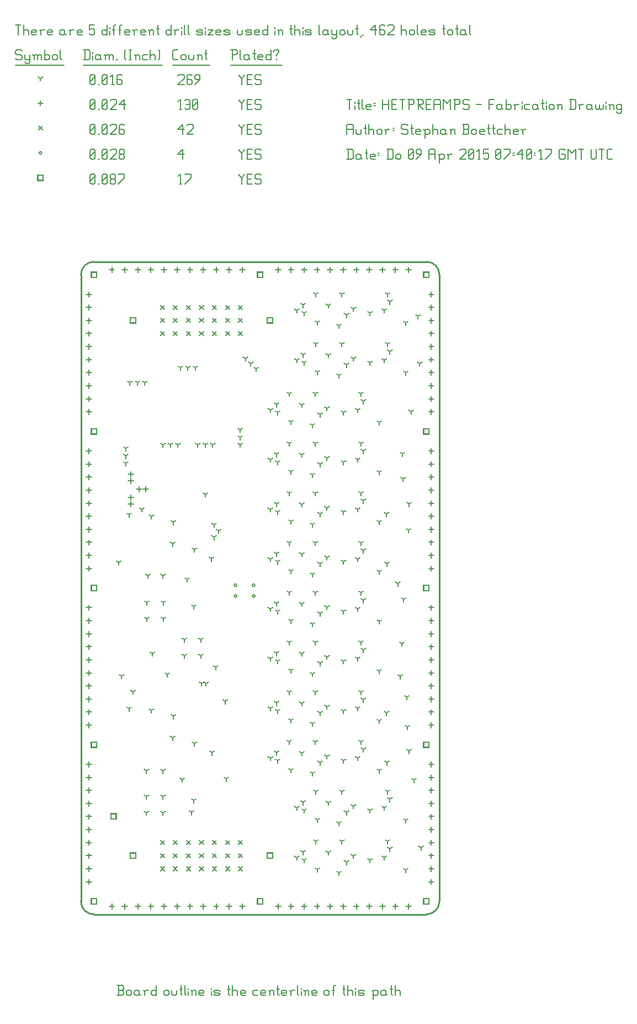
<source format=gbr>
G04 start of page 17 for group -3984 idx -3984 *
G04 Title: HETPREAMPS, fab *
G04 Creator: pcb 1.99z *
G04 CreationDate: Do 09 Apr 2015 07:40:17 GMT UTC *
G04 For: stephan *
G04 Format: Gerber/RS-274X *
G04 PCB-Dimensions (mil): 2952.76 4724.41 *
G04 PCB-Coordinate-Origin: lower left *
%MOIN*%
%FSLAX25Y25*%
%LNFAB*%
%ADD224C,0.0100*%
%ADD223C,0.0060*%
%ADD222R,0.0080X0.0080*%
G54D222*X151944Y76404D02*X155144D01*
X151944D02*Y73204D01*
X155144D01*
Y76404D02*Y73204D01*
X69267Y76404D02*X72467D01*
X69267D02*Y73204D01*
X72467D01*
Y76404D02*Y73204D01*
X69265Y399238D02*X72465D01*
X69265D02*Y396038D01*
X72465D01*
Y399238D02*Y396038D01*
X151943Y399238D02*X155143D01*
X151943D02*Y396038D01*
X155143D01*
Y399238D02*Y396038D01*
X45644Y48844D02*X48844D01*
X45644D02*Y45644D01*
X48844D01*
Y48844D02*Y45644D01*
X45644Y143332D02*X48844D01*
X45644D02*Y140132D01*
X48844D01*
Y143332D02*Y140132D01*
X45644Y237820D02*X48844D01*
X45644D02*Y234620D01*
X48844D01*
Y237820D02*Y234620D01*
X45644Y332309D02*X48844D01*
X45644D02*Y329109D01*
X48844D01*
Y332309D02*Y329109D01*
X45644Y426797D02*X48844D01*
X45644D02*Y423597D01*
X48844D01*
Y426797D02*Y423597D01*
X246431Y48844D02*X249631D01*
X246431D02*Y45644D01*
X249631D01*
Y48844D02*Y45644D01*
X246431Y143332D02*X249631D01*
X246431D02*Y140132D01*
X249631D01*
Y143332D02*Y140132D01*
X246431Y237820D02*X249631D01*
X246431D02*Y234620D01*
X249631D01*
Y237820D02*Y234620D01*
X246431Y332309D02*X249631D01*
X246431D02*Y329109D01*
X249631D01*
Y332309D02*Y329109D01*
X246431Y426797D02*X249631D01*
X246431D02*Y423597D01*
X249631D01*
Y426797D02*Y423597D01*
X146038Y48844D02*X149238D01*
X146038D02*Y45644D01*
X149238D01*
Y48844D02*Y45644D01*
X146038Y426797D02*X149238D01*
X146038D02*Y423597D01*
X149238D01*
Y426797D02*Y423597D01*
X57455Y100025D02*X60655D01*
X57455D02*Y96825D01*
X60655D01*
Y100025D02*Y96825D01*
X13400Y485291D02*X16600D01*
X13400D02*Y482091D01*
X16600D01*
Y485291D02*Y482091D01*
G54D223*X135000Y485941D02*Y485191D01*
X136500Y483691D01*
X138000Y485191D01*
Y485941D02*Y485191D01*
X136500Y483691D02*Y479941D01*
X139800Y482941D02*X142050D01*
X139800Y479941D02*X142800D01*
X139800Y485941D02*Y479941D01*
Y485941D02*X142800D01*
X147600D02*X148350Y485191D01*
X145350Y485941D02*X147600D01*
X144600Y485191D02*X145350Y485941D01*
X144600Y485191D02*Y483691D01*
X145350Y482941D01*
X147600D01*
X148350Y482191D01*
Y480691D01*
X147600Y479941D02*X148350Y480691D01*
X145350Y479941D02*X147600D01*
X144600Y480691D02*X145350Y479941D01*
X98750D02*X100250D01*
X99500Y485941D02*Y479941D01*
X98000Y484441D02*X99500Y485941D01*
X102050Y479941D02*X105800Y483691D01*
Y485941D02*Y483691D01*
X102050Y485941D02*X105800D01*
X45000Y480691D02*X45750Y479941D01*
X45000Y485191D02*Y480691D01*
Y485191D02*X45750Y485941D01*
X47250D01*
X48000Y485191D01*
Y480691D01*
X47250Y479941D02*X48000Y480691D01*
X45750Y479941D02*X47250D01*
X45000Y481441D02*X48000Y484441D01*
X49800Y479941D02*X50550D01*
X52350Y480691D02*X53100Y479941D01*
X52350Y485191D02*Y480691D01*
Y485191D02*X53100Y485941D01*
X54600D01*
X55350Y485191D01*
Y480691D01*
X54600Y479941D02*X55350Y480691D01*
X53100Y479941D02*X54600D01*
X52350Y481441D02*X55350Y484441D01*
X57150Y480691D02*X57900Y479941D01*
X57150Y482191D02*Y480691D01*
Y482191D02*X57900Y482941D01*
X59400D01*
X60150Y482191D01*
Y480691D01*
X59400Y479941D02*X60150Y480691D01*
X57900Y479941D02*X59400D01*
X57150Y483691D02*X57900Y482941D01*
X57150Y485191D02*Y483691D01*
Y485191D02*X57900Y485941D01*
X59400D01*
X60150Y485191D01*
Y483691D01*
X59400Y482941D02*X60150Y483691D01*
X61950Y479941D02*X65700Y483691D01*
Y485941D02*Y483691D01*
X61950Y485941D02*X65700D01*
X142950Y231441D02*G75*G03X144550Y231441I800J0D01*G01*
G75*G03X142950Y231441I-800J0D01*G01*
X131950D02*G75*G03X133550Y231441I800J0D01*G01*
G75*G03X131950Y231441I-800J0D01*G01*
X142950Y237941D02*G75*G03X144550Y237941I800J0D01*G01*
G75*G03X142950Y237941I-800J0D01*G01*
X131950D02*G75*G03X133550Y237941I800J0D01*G01*
G75*G03X131950Y237941I-800J0D01*G01*
X14200Y498691D02*G75*G03X15800Y498691I800J0D01*G01*
G75*G03X14200Y498691I-800J0D01*G01*
X135000Y500941D02*Y500191D01*
X136500Y498691D01*
X138000Y500191D01*
Y500941D02*Y500191D01*
X136500Y498691D02*Y494941D01*
X139800Y497941D02*X142050D01*
X139800Y494941D02*X142800D01*
X139800Y500941D02*Y494941D01*
Y500941D02*X142800D01*
X147600D02*X148350Y500191D01*
X145350Y500941D02*X147600D01*
X144600Y500191D02*X145350Y500941D01*
X144600Y500191D02*Y498691D01*
X145350Y497941D01*
X147600D01*
X148350Y497191D01*
Y495691D01*
X147600Y494941D02*X148350Y495691D01*
X145350Y494941D02*X147600D01*
X144600Y495691D02*X145350Y494941D01*
X98000Y497941D02*X101000Y500941D01*
X98000Y497941D02*X101750D01*
X101000Y500941D02*Y494941D01*
X45000Y495691D02*X45750Y494941D01*
X45000Y500191D02*Y495691D01*
Y500191D02*X45750Y500941D01*
X47250D01*
X48000Y500191D01*
Y495691D01*
X47250Y494941D02*X48000Y495691D01*
X45750Y494941D02*X47250D01*
X45000Y496441D02*X48000Y499441D01*
X49800Y494941D02*X50550D01*
X52350Y495691D02*X53100Y494941D01*
X52350Y500191D02*Y495691D01*
Y500191D02*X53100Y500941D01*
X54600D01*
X55350Y500191D01*
Y495691D01*
X54600Y494941D02*X55350Y495691D01*
X53100Y494941D02*X54600D01*
X52350Y496441D02*X55350Y499441D01*
X57150Y500191D02*X57900Y500941D01*
X60150D01*
X60900Y500191D01*
Y498691D01*
X57150Y494941D02*X60900Y498691D01*
X57150Y494941D02*X60900D01*
X62700Y495691D02*X63450Y494941D01*
X62700Y497191D02*Y495691D01*
Y497191D02*X63450Y497941D01*
X64950D01*
X65700Y497191D01*
Y495691D01*
X64950Y494941D02*X65700Y495691D01*
X63450Y494941D02*X64950D01*
X62700Y498691D02*X63450Y497941D01*
X62700Y500191D02*Y498691D01*
Y500191D02*X63450Y500941D01*
X64950D01*
X65700Y500191D01*
Y498691D01*
X64950Y497941D02*X65700Y498691D01*
X134628Y68130D02*X137028Y65730D01*
X134628D02*X137028Y68130D01*
X126754D02*X129154Y65730D01*
X126754D02*X129154Y68130D01*
X118880D02*X121280Y65730D01*
X118880D02*X121280Y68130D01*
X111006D02*X113406Y65730D01*
X111006D02*X113406Y68130D01*
X103131D02*X105531Y65730D01*
X103131D02*X105531Y68130D01*
X95257D02*X97657Y65730D01*
X95257D02*X97657Y68130D01*
X87383D02*X89783Y65730D01*
X87383D02*X89783Y68130D01*
X87383Y83878D02*X89783Y81478D01*
X87383D02*X89783Y83878D01*
X134628Y76004D02*X137028Y73604D01*
X134628D02*X137028Y76004D01*
X126754D02*X129154Y73604D01*
X126754D02*X129154Y76004D01*
X118880D02*X121280Y73604D01*
X118880D02*X121280Y76004D01*
X111006D02*X113406Y73604D01*
X111006D02*X113406Y76004D01*
X103131D02*X105531Y73604D01*
X103131D02*X105531Y76004D01*
X95257D02*X97657Y73604D01*
X95257D02*X97657Y76004D01*
X87383D02*X89783Y73604D01*
X87383D02*X89783Y76004D01*
X126754Y83878D02*X129154Y81478D01*
X126754D02*X129154Y83878D01*
X118880D02*X121280Y81478D01*
X118880D02*X121280Y83878D01*
X111006D02*X113406Y81478D01*
X111006D02*X113406Y83878D01*
X103131D02*X105531Y81478D01*
X103131D02*X105531Y83878D01*
X95257D02*X97657Y81478D01*
X95257D02*X97657Y83878D01*
X134628D02*X137028Y81478D01*
X134628D02*X137028Y83878D01*
X87382Y406712D02*X89782Y404312D01*
X87382D02*X89782Y406712D01*
X95256D02*X97656Y404312D01*
X95256D02*X97656Y406712D01*
X103130D02*X105530Y404312D01*
X103130D02*X105530Y406712D01*
X111004D02*X113404Y404312D01*
X111004D02*X113404Y406712D01*
X118878D02*X121278Y404312D01*
X118878D02*X121278Y406712D01*
X126752D02*X129152Y404312D01*
X126752D02*X129152Y406712D01*
X134626D02*X137026Y404312D01*
X134626D02*X137026Y406712D01*
X134626Y390964D02*X137026Y388564D01*
X134626D02*X137026Y390964D01*
X87382Y398838D02*X89782Y396438D01*
X87382D02*X89782Y398838D01*
X95256D02*X97656Y396438D01*
X95256D02*X97656Y398838D01*
X103130D02*X105530Y396438D01*
X103130D02*X105530Y398838D01*
X111004D02*X113404Y396438D01*
X111004D02*X113404Y398838D01*
X118878D02*X121278Y396438D01*
X118878D02*X121278Y398838D01*
X126752D02*X129152Y396438D01*
X126752D02*X129152Y398838D01*
X134626D02*X137026Y396438D01*
X134626D02*X137026Y398838D01*
X95256Y390964D02*X97656Y388564D01*
X95256D02*X97656Y390964D01*
X103130D02*X105530Y388564D01*
X103130D02*X105530Y390964D01*
X111004D02*X113404Y388564D01*
X111004D02*X113404Y390964D01*
X118878D02*X121278Y388564D01*
X118878D02*X121278Y390964D01*
X126752D02*X129152Y388564D01*
X126752D02*X129152Y390964D01*
X87382D02*X89782Y388564D01*
X87382D02*X89782Y390964D01*
X13800Y514891D02*X16200Y512491D01*
X13800D02*X16200Y514891D01*
X135000Y515941D02*Y515191D01*
X136500Y513691D01*
X138000Y515191D01*
Y515941D02*Y515191D01*
X136500Y513691D02*Y509941D01*
X139800Y512941D02*X142050D01*
X139800Y509941D02*X142800D01*
X139800Y515941D02*Y509941D01*
Y515941D02*X142800D01*
X147600D02*X148350Y515191D01*
X145350Y515941D02*X147600D01*
X144600Y515191D02*X145350Y515941D01*
X144600Y515191D02*Y513691D01*
X145350Y512941D01*
X147600D01*
X148350Y512191D01*
Y510691D01*
X147600Y509941D02*X148350Y510691D01*
X145350Y509941D02*X147600D01*
X144600Y510691D02*X145350Y509941D01*
X98000Y512941D02*X101000Y515941D01*
X98000Y512941D02*X101750D01*
X101000Y515941D02*Y509941D01*
X103550Y515191D02*X104300Y515941D01*
X106550D01*
X107300Y515191D01*
Y513691D01*
X103550Y509941D02*X107300Y513691D01*
X103550Y509941D02*X107300D01*
X45000Y510691D02*X45750Y509941D01*
X45000Y515191D02*Y510691D01*
Y515191D02*X45750Y515941D01*
X47250D01*
X48000Y515191D01*
Y510691D01*
X47250Y509941D02*X48000Y510691D01*
X45750Y509941D02*X47250D01*
X45000Y511441D02*X48000Y514441D01*
X49800Y509941D02*X50550D01*
X52350Y510691D02*X53100Y509941D01*
X52350Y515191D02*Y510691D01*
Y515191D02*X53100Y515941D01*
X54600D01*
X55350Y515191D01*
Y510691D01*
X54600Y509941D02*X55350Y510691D01*
X53100Y509941D02*X54600D01*
X52350Y511441D02*X55350Y514441D01*
X57150Y515191D02*X57900Y515941D01*
X60150D01*
X60900Y515191D01*
Y513691D01*
X57150Y509941D02*X60900Y513691D01*
X57150Y509941D02*X60900D01*
X64950Y515941D02*X65700Y515191D01*
X63450Y515941D02*X64950D01*
X62700Y515191D02*X63450Y515941D01*
X62700Y515191D02*Y510691D01*
X63450Y509941D01*
X64950Y512941D02*X65700Y512191D01*
X62700Y512941D02*X64950D01*
X63450Y509941D02*X64950D01*
X65700Y510691D01*
Y512191D02*Y510691D01*
X58071Y429750D02*Y426550D01*
X56471Y428150D02*X59671D01*
X65945Y429750D02*Y426550D01*
X64345Y428150D02*X67545D01*
X73819Y429750D02*Y426550D01*
X72219Y428150D02*X75419D01*
X81693Y429750D02*Y426550D01*
X80093Y428150D02*X83293D01*
X89567Y429750D02*Y426550D01*
X87967Y428150D02*X91167D01*
X97441Y429750D02*Y426550D01*
X95841Y428150D02*X99041D01*
X105315Y429750D02*Y426550D01*
X103715Y428150D02*X106915D01*
X113189Y429750D02*Y426550D01*
X111589Y428150D02*X114789D01*
X121063Y429750D02*Y426550D01*
X119463Y428150D02*X122663D01*
X128937Y429750D02*Y426550D01*
X127337Y428150D02*X130537D01*
X136811Y429750D02*Y426550D01*
X135211Y428150D02*X138411D01*
X158465Y429750D02*Y426550D01*
X156865Y428150D02*X160065D01*
X166339Y429750D02*Y426550D01*
X164739Y428150D02*X167939D01*
X174213Y429750D02*Y426550D01*
X172613Y428150D02*X175813D01*
X182087Y429750D02*Y426550D01*
X180487Y428150D02*X183687D01*
X189961Y429750D02*Y426550D01*
X188361Y428150D02*X191561D01*
X197835Y429750D02*Y426550D01*
X196235Y428150D02*X199435D01*
X205709Y429750D02*Y426550D01*
X204109Y428150D02*X207309D01*
X213583Y429750D02*Y426550D01*
X211983Y428150D02*X215183D01*
X221457Y429750D02*Y426550D01*
X219857Y428150D02*X223057D01*
X229331Y429750D02*Y426550D01*
X227731Y428150D02*X230931D01*
X237205Y429750D02*Y426550D01*
X235605Y428150D02*X238805D01*
X58071Y45891D02*Y42691D01*
X56471Y44291D02*X59671D01*
X65945Y45891D02*Y42691D01*
X64345Y44291D02*X67545D01*
X73819Y45891D02*Y42691D01*
X72219Y44291D02*X75419D01*
X81693Y45891D02*Y42691D01*
X80093Y44291D02*X83293D01*
X89567Y45891D02*Y42691D01*
X87967Y44291D02*X91167D01*
X97441Y45891D02*Y42691D01*
X95841Y44291D02*X99041D01*
X105315Y45891D02*Y42691D01*
X103715Y44291D02*X106915D01*
X113189Y45891D02*Y42691D01*
X111589Y44291D02*X114789D01*
X121063Y45891D02*Y42691D01*
X119463Y44291D02*X122663D01*
X128937Y45891D02*Y42691D01*
X127337Y44291D02*X130537D01*
X136811Y45891D02*Y42691D01*
X135211Y44291D02*X138411D01*
X158465Y45891D02*Y42691D01*
X156865Y44291D02*X160065D01*
X166339Y45891D02*Y42691D01*
X164739Y44291D02*X167939D01*
X174213Y45891D02*Y42691D01*
X172613Y44291D02*X175813D01*
X182087Y45891D02*Y42691D01*
X180487Y44291D02*X183687D01*
X189961Y45891D02*Y42691D01*
X188361Y44291D02*X191561D01*
X197835Y45891D02*Y42691D01*
X196235Y44291D02*X199435D01*
X205709Y45891D02*Y42691D01*
X204109Y44291D02*X207309D01*
X213583Y45891D02*Y42691D01*
X211983Y44291D02*X215183D01*
X221457Y45891D02*Y42691D01*
X219857Y44291D02*X223057D01*
X229331Y45891D02*Y42691D01*
X227731Y44291D02*X230931D01*
X237205Y45891D02*Y42691D01*
X235605Y44291D02*X238805D01*
X250984Y60655D02*Y57455D01*
X249384Y59055D02*X252584D01*
X250984Y68529D02*Y65329D01*
X249384Y66929D02*X252584D01*
X250984Y76403D02*Y73203D01*
X249384Y74803D02*X252584D01*
X250984Y84277D02*Y81077D01*
X249384Y82677D02*X252584D01*
X250984Y92151D02*Y88951D01*
X249384Y90551D02*X252584D01*
X250984Y100025D02*Y96825D01*
X249384Y98425D02*X252584D01*
X250984Y107899D02*Y104699D01*
X249384Y106299D02*X252584D01*
X250984Y115773D02*Y112573D01*
X249384Y114173D02*X252584D01*
X250984Y123647D02*Y120447D01*
X249384Y122047D02*X252584D01*
X250984Y131521D02*Y128321D01*
X249384Y129921D02*X252584D01*
X250984Y155143D02*Y151943D01*
X249384Y153543D02*X252584D01*
X250984Y163017D02*Y159817D01*
X249384Y161417D02*X252584D01*
X250984Y170891D02*Y167691D01*
X249384Y169291D02*X252584D01*
X250984Y178765D02*Y175565D01*
X249384Y177165D02*X252584D01*
X250984Y186639D02*Y183439D01*
X249384Y185039D02*X252584D01*
X250984Y194513D02*Y191313D01*
X249384Y192913D02*X252584D01*
X250984Y202387D02*Y199187D01*
X249384Y200787D02*X252584D01*
X250984Y210261D02*Y207061D01*
X249384Y208661D02*X252584D01*
X250984Y218135D02*Y214935D01*
X249384Y216535D02*X252584D01*
X250984Y226009D02*Y222809D01*
X249384Y224409D02*X252584D01*
X250984Y249631D02*Y246431D01*
X249384Y248031D02*X252584D01*
X250984Y257506D02*Y254306D01*
X249384Y255906D02*X252584D01*
X250984Y265380D02*Y262180D01*
X249384Y263780D02*X252584D01*
X250984Y273254D02*Y270054D01*
X249384Y271654D02*X252584D01*
X250984Y281128D02*Y277928D01*
X249384Y279528D02*X252584D01*
X250984Y289002D02*Y285802D01*
X249384Y287402D02*X252584D01*
X250984Y296876D02*Y293676D01*
X249384Y295276D02*X252584D01*
X250984Y304750D02*Y301550D01*
X249384Y303150D02*X252584D01*
X250984Y312624D02*Y309424D01*
X249384Y311024D02*X252584D01*
X250984Y320498D02*Y317298D01*
X249384Y318898D02*X252584D01*
X250984Y344120D02*Y340920D01*
X249384Y342520D02*X252584D01*
X250984Y351994D02*Y348794D01*
X249384Y350394D02*X252584D01*
X250984Y359868D02*Y356668D01*
X249384Y358268D02*X252584D01*
X250984Y367742D02*Y364542D01*
X249384Y366142D02*X252584D01*
X250984Y375616D02*Y372416D01*
X249384Y374016D02*X252584D01*
X250984Y383490D02*Y380290D01*
X249384Y381890D02*X252584D01*
X250984Y391364D02*Y388164D01*
X249384Y389764D02*X252584D01*
X250984Y399238D02*Y396038D01*
X249384Y397638D02*X252584D01*
X250984Y407112D02*Y403912D01*
X249384Y405512D02*X252584D01*
X250984Y414986D02*Y411786D01*
X249384Y413386D02*X252584D01*
X44291Y60655D02*Y57455D01*
X42691Y59055D02*X45891D01*
X44291Y68529D02*Y65329D01*
X42691Y66929D02*X45891D01*
X44291Y76403D02*Y73203D01*
X42691Y74803D02*X45891D01*
X44291Y84277D02*Y81077D01*
X42691Y82677D02*X45891D01*
X44291Y92151D02*Y88951D01*
X42691Y90551D02*X45891D01*
X44291Y100025D02*Y96825D01*
X42691Y98425D02*X45891D01*
X44291Y107899D02*Y104699D01*
X42691Y106299D02*X45891D01*
X44291Y115773D02*Y112573D01*
X42691Y114173D02*X45891D01*
X44291Y123647D02*Y120447D01*
X42691Y122047D02*X45891D01*
X44291Y131521D02*Y128321D01*
X42691Y129921D02*X45891D01*
X44291Y155143D02*Y151943D01*
X42691Y153543D02*X45891D01*
X44291Y163017D02*Y159817D01*
X42691Y161417D02*X45891D01*
X44291Y170891D02*Y167691D01*
X42691Y169291D02*X45891D01*
X44291Y178765D02*Y175565D01*
X42691Y177165D02*X45891D01*
X44291Y186639D02*Y183439D01*
X42691Y185039D02*X45891D01*
X44291Y194513D02*Y191313D01*
X42691Y192913D02*X45891D01*
X44291Y202387D02*Y199187D01*
X42691Y200787D02*X45891D01*
X44291Y210261D02*Y207061D01*
X42691Y208661D02*X45891D01*
X44291Y218135D02*Y214935D01*
X42691Y216535D02*X45891D01*
X44291Y226009D02*Y222809D01*
X42691Y224409D02*X45891D01*
X44291Y249631D02*Y246431D01*
X42691Y248031D02*X45891D01*
X44291Y257506D02*Y254306D01*
X42691Y255906D02*X45891D01*
X44291Y265380D02*Y262180D01*
X42691Y263780D02*X45891D01*
X44291Y273254D02*Y270054D01*
X42691Y271654D02*X45891D01*
X44291Y281128D02*Y277928D01*
X42691Y279528D02*X45891D01*
X44291Y289002D02*Y285802D01*
X42691Y287402D02*X45891D01*
X44291Y296876D02*Y293676D01*
X42691Y295276D02*X45891D01*
X44291Y304750D02*Y301550D01*
X42691Y303150D02*X45891D01*
X44291Y312624D02*Y309424D01*
X42691Y311024D02*X45891D01*
X44291Y320498D02*Y317298D01*
X42691Y318898D02*X45891D01*
X44291Y344120D02*Y340920D01*
X42691Y342520D02*X45891D01*
X44291Y351994D02*Y348794D01*
X42691Y350394D02*X45891D01*
X44291Y359868D02*Y356668D01*
X42691Y358268D02*X45891D01*
X44291Y367742D02*Y364542D01*
X42691Y366142D02*X45891D01*
X44291Y375616D02*Y372416D01*
X42691Y374016D02*X45891D01*
X44291Y383490D02*Y380290D01*
X42691Y381890D02*X45891D01*
X44291Y391364D02*Y388164D01*
X42691Y389764D02*X45891D01*
X44291Y399238D02*Y396038D01*
X42691Y397638D02*X45891D01*
X44291Y407112D02*Y403912D01*
X42691Y405512D02*X45891D01*
X44291Y414986D02*Y411786D01*
X42691Y413386D02*X45891D01*
X69500Y292541D02*Y289341D01*
X67900Y290941D02*X71100D01*
X74500Y297541D02*Y294341D01*
X72900Y295941D02*X76100D01*
X69500Y302541D02*Y299341D01*
X67900Y300941D02*X71100D01*
X69500Y288541D02*Y285341D01*
X67900Y286941D02*X71100D01*
X69500Y306541D02*Y303341D01*
X67900Y304941D02*X71100D01*
X78500Y297541D02*Y294341D01*
X76900Y295941D02*X80100D01*
X15000Y530291D02*Y527091D01*
X13400Y528691D02*X16600D01*
X135000Y530941D02*Y530191D01*
X136500Y528691D01*
X138000Y530191D01*
Y530941D02*Y530191D01*
X136500Y528691D02*Y524941D01*
X139800Y527941D02*X142050D01*
X139800Y524941D02*X142800D01*
X139800Y530941D02*Y524941D01*
Y530941D02*X142800D01*
X147600D02*X148350Y530191D01*
X145350Y530941D02*X147600D01*
X144600Y530191D02*X145350Y530941D01*
X144600Y530191D02*Y528691D01*
X145350Y527941D01*
X147600D01*
X148350Y527191D01*
Y525691D01*
X147600Y524941D02*X148350Y525691D01*
X145350Y524941D02*X147600D01*
X144600Y525691D02*X145350Y524941D01*
X98750D02*X100250D01*
X99500Y530941D02*Y524941D01*
X98000Y529441D02*X99500Y530941D01*
X102050Y530191D02*X102800Y530941D01*
X104300D01*
X105050Y530191D01*
Y525691D01*
X104300Y524941D02*X105050Y525691D01*
X102800Y524941D02*X104300D01*
X102050Y525691D02*X102800Y524941D01*
Y527941D02*X105050D01*
X106850Y525691D02*X107600Y524941D01*
X106850Y530191D02*Y525691D01*
Y530191D02*X107600Y530941D01*
X109100D01*
X109850Y530191D01*
Y525691D01*
X109100Y524941D02*X109850Y525691D01*
X107600Y524941D02*X109100D01*
X106850Y526441D02*X109850Y529441D01*
X45000Y525691D02*X45750Y524941D01*
X45000Y530191D02*Y525691D01*
Y530191D02*X45750Y530941D01*
X47250D01*
X48000Y530191D01*
Y525691D01*
X47250Y524941D02*X48000Y525691D01*
X45750Y524941D02*X47250D01*
X45000Y526441D02*X48000Y529441D01*
X49800Y524941D02*X50550D01*
X52350Y525691D02*X53100Y524941D01*
X52350Y530191D02*Y525691D01*
Y530191D02*X53100Y530941D01*
X54600D01*
X55350Y530191D01*
Y525691D01*
X54600Y524941D02*X55350Y525691D01*
X53100Y524941D02*X54600D01*
X52350Y526441D02*X55350Y529441D01*
X57150Y530191D02*X57900Y530941D01*
X60150D01*
X60900Y530191D01*
Y528691D01*
X57150Y524941D02*X60900Y528691D01*
X57150Y524941D02*X60900D01*
X62700Y527941D02*X65700Y530941D01*
X62700Y527941D02*X66450D01*
X65700Y530941D02*Y524941D01*
X224000Y280941D02*Y279341D01*
Y280941D02*X225387Y281741D01*
X224000Y280941D02*X222613Y281741D01*
X224250Y250941D02*Y249341D01*
Y250941D02*X225637Y251741D01*
X224250Y250941D02*X222863Y251741D01*
X224250Y130941D02*Y129341D01*
Y130941D02*X225637Y131741D01*
X224250Y130941D02*X222863Y131741D01*
X224000Y160941D02*Y159341D01*
Y160941D02*X225387Y161741D01*
X224000Y160941D02*X222613Y161741D01*
X243000Y400191D02*Y398591D01*
Y400191D02*X244387Y400991D01*
X243000Y400191D02*X241613Y400991D01*
X244000Y371691D02*Y370091D01*
Y371691D02*X245387Y372491D01*
X244000Y371691D02*X242613Y372491D01*
X238750Y342691D02*Y341091D01*
Y342691D02*X240137Y343491D01*
X238750Y342691D02*X237363Y343491D01*
X233500Y317191D02*Y315591D01*
Y317191D02*X234887Y317991D01*
X233500Y317191D02*X232113Y317991D01*
X234000Y302191D02*Y300591D01*
Y302191D02*X235387Y302991D01*
X234000Y302191D02*X232613Y302991D01*
X237500Y286941D02*Y285341D01*
Y286941D02*X238887Y287741D01*
X237500Y286941D02*X236113Y287741D01*
X237250Y271191D02*Y269591D01*
Y271191D02*X238637Y271991D01*
X237250Y271191D02*X235863Y271991D01*
X230750Y238941D02*Y237341D01*
Y238941D02*X232137Y239741D01*
X230750Y238941D02*X229363Y239741D01*
X234250Y229441D02*Y227841D01*
Y229441D02*X235637Y230241D01*
X234250Y229441D02*X232863Y230241D01*
X233250Y202691D02*Y201091D01*
Y202691D02*X234637Y203491D01*
X233250Y202691D02*X231863Y203491D01*
X232250Y182941D02*Y181341D01*
Y182941D02*X233637Y183741D01*
X232250Y182941D02*X230863Y183741D01*
X236250Y170441D02*Y168841D01*
Y170441D02*X237637Y171241D01*
X236250Y170441D02*X234863Y171241D01*
X236500Y152441D02*Y150841D01*
Y152441D02*X237887Y153241D01*
X236500Y152441D02*X235113Y153241D01*
X237500Y137941D02*Y136341D01*
Y137941D02*X238887Y138741D01*
X237500Y137941D02*X236113Y138741D01*
X240500Y120441D02*Y118841D01*
Y120441D02*X241887Y121241D01*
X240500Y120441D02*X239113Y121241D01*
X244750Y79691D02*Y78091D01*
Y79691D02*X246137Y80491D01*
X244750Y79691D02*X243363Y80491D01*
X199750Y70941D02*Y69341D01*
Y70941D02*X201137Y71741D01*
X199750Y70941D02*X198363Y71741D01*
X182250Y66441D02*Y64841D01*
Y66441D02*X183637Y67241D01*
X182250Y66441D02*X180863Y67241D01*
X222500Y73691D02*Y72091D01*
Y73691D02*X223887Y74491D01*
X222500Y73691D02*X221113Y74491D01*
X226000Y78941D02*Y77341D01*
Y78941D02*X227387Y79741D01*
X226000Y78941D02*X224613Y79741D01*
X188750Y76691D02*Y75091D01*
Y76691D02*X190137Y77491D01*
X188750Y76691D02*X187363Y77491D01*
X181250Y83441D02*Y81841D01*
Y83441D02*X182637Y84241D01*
X181250Y83441D02*X179863Y84241D01*
X195250Y64441D02*Y62841D01*
Y64441D02*X196637Y65241D01*
X195250Y64441D02*X193863Y65241D01*
X224500Y83441D02*Y81841D01*
Y83441D02*X225887Y84241D01*
X224500Y83441D02*X223113Y84241D01*
X214000Y72191D02*Y70591D01*
Y72191D02*X215387Y72991D01*
X214000Y72191D02*X212613Y72991D01*
X204000Y74691D02*Y73091D01*
Y74691D02*X205387Y75491D01*
X204000Y74691D02*X202613Y75491D01*
X173500Y76941D02*Y75341D01*
Y76941D02*X174887Y77741D01*
X173500Y76941D02*X172113Y77741D01*
X235500Y66191D02*Y64591D01*
Y66191D02*X236887Y66991D01*
X235500Y66191D02*X234113Y66991D01*
X197000Y83441D02*Y81841D01*
Y83441D02*X198387Y84241D01*
X197000Y83441D02*X195613Y84241D01*
X174250Y72191D02*Y70591D01*
Y72191D02*X175637Y72991D01*
X174250Y72191D02*X172863Y72991D01*
X169750Y73691D02*Y72091D01*
Y73691D02*X171137Y74491D01*
X169750Y73691D02*X168363Y74491D01*
X169750Y103691D02*Y102091D01*
Y103691D02*X171137Y104491D01*
X169750Y103691D02*X168363Y104491D01*
X174250Y102191D02*Y100591D01*
Y102191D02*X175637Y102991D01*
X174250Y102191D02*X172863Y102991D01*
X197000Y113441D02*Y111841D01*
Y113441D02*X198387Y114241D01*
X197000Y113441D02*X195613Y114241D01*
X235500Y96191D02*Y94591D01*
Y96191D02*X236887Y96991D01*
X235500Y96191D02*X234113Y96991D01*
X173500Y106941D02*Y105341D01*
Y106941D02*X174887Y107741D01*
X173500Y106941D02*X172113Y107741D01*
X204000Y104691D02*Y103091D01*
Y104691D02*X205387Y105491D01*
X204000Y104691D02*X202613Y105491D01*
X214000Y102191D02*Y100591D01*
Y102191D02*X215387Y102991D01*
X214000Y102191D02*X212613Y102991D01*
X224500Y113441D02*Y111841D01*
Y113441D02*X225887Y114241D01*
X224500Y113441D02*X223113Y114241D01*
X195250Y94441D02*Y92841D01*
Y94441D02*X196637Y95241D01*
X195250Y94441D02*X193863Y95241D01*
X181250Y113441D02*Y111841D01*
Y113441D02*X182637Y114241D01*
X181250Y113441D02*X179863Y114241D01*
X188750Y106691D02*Y105091D01*
Y106691D02*X190137Y107491D01*
X188750Y106691D02*X187363Y107491D01*
X226000Y108941D02*Y107341D01*
Y108941D02*X227387Y109741D01*
X226000Y108941D02*X224613Y109741D01*
X222500Y103691D02*Y102091D01*
Y103691D02*X223887Y104491D01*
X222500Y103691D02*X221113Y104491D01*
X182250Y96441D02*Y94841D01*
Y96441D02*X183637Y97241D01*
X182250Y96441D02*X180863Y97241D01*
X199750Y100941D02*Y99341D01*
Y100941D02*X201137Y101741D01*
X199750Y100941D02*X198363Y101741D01*
X153750Y133691D02*Y132091D01*
Y133691D02*X155137Y134491D01*
X153750Y133691D02*X152363Y134491D01*
X158250Y132191D02*Y130591D01*
Y132191D02*X159637Y132991D01*
X158250Y132191D02*X156863Y132991D01*
X181000Y143441D02*Y141841D01*
Y143441D02*X182387Y144241D01*
X181000Y143441D02*X179613Y144241D01*
X219500Y126191D02*Y124591D01*
Y126191D02*X220887Y126991D01*
X219500Y126191D02*X218113Y126991D01*
X157500Y136941D02*Y135341D01*
Y136941D02*X158887Y137741D01*
X157500Y136941D02*X156113Y137741D01*
X188000Y134691D02*Y133091D01*
Y134691D02*X189387Y135491D01*
X188000Y134691D02*X186613Y135491D01*
X198000Y132191D02*Y130591D01*
Y132191D02*X199387Y132991D01*
X198000Y132191D02*X196613Y132991D01*
X208500Y143441D02*Y141841D01*
Y143441D02*X209887Y144241D01*
X208500Y143441D02*X207113Y144241D01*
X179250Y124441D02*Y122841D01*
Y124441D02*X180637Y125241D01*
X179250Y124441D02*X177863Y125241D01*
X165250Y143441D02*Y141841D01*
Y143441D02*X166637Y144241D01*
X165250Y143441D02*X163863Y144241D01*
X172750Y136691D02*Y135091D01*
Y136691D02*X174137Y137491D01*
X172750Y136691D02*X171363Y137491D01*
X210000Y138941D02*Y137341D01*
Y138941D02*X211387Y139741D01*
X210000Y138941D02*X208613Y139741D01*
X206500Y133691D02*Y132091D01*
Y133691D02*X207887Y134491D01*
X206500Y133691D02*X205113Y134491D01*
X166250Y126441D02*Y124841D01*
Y126441D02*X167637Y127241D01*
X166250Y126441D02*X164863Y127241D01*
X183750Y130941D02*Y129341D01*
Y130941D02*X185137Y131741D01*
X183750Y130941D02*X182363Y131741D01*
X153750Y163691D02*Y162091D01*
Y163691D02*X155137Y164491D01*
X153750Y163691D02*X152363Y164491D01*
X158250Y162191D02*Y160591D01*
Y162191D02*X159637Y162991D01*
X158250Y162191D02*X156863Y162991D01*
X181000Y173441D02*Y171841D01*
Y173441D02*X182387Y174241D01*
X181000Y173441D02*X179613Y174241D01*
X219500Y156191D02*Y154591D01*
Y156191D02*X220887Y156991D01*
X219500Y156191D02*X218113Y156991D01*
X157500Y166941D02*Y165341D01*
Y166941D02*X158887Y167741D01*
X157500Y166941D02*X156113Y167741D01*
X188000Y164691D02*Y163091D01*
Y164691D02*X189387Y165491D01*
X188000Y164691D02*X186613Y165491D01*
X198000Y162191D02*Y160591D01*
Y162191D02*X199387Y162991D01*
X198000Y162191D02*X196613Y162991D01*
X208500Y173441D02*Y171841D01*
Y173441D02*X209887Y174241D01*
X208500Y173441D02*X207113Y174241D01*
X179250Y154441D02*Y152841D01*
Y154441D02*X180637Y155241D01*
X179250Y154441D02*X177863Y155241D01*
X165250Y173441D02*Y171841D01*
Y173441D02*X166637Y174241D01*
X165250Y173441D02*X163863Y174241D01*
X172750Y166691D02*Y165091D01*
Y166691D02*X174137Y167491D01*
X172750Y166691D02*X171363Y167491D01*
X210000Y168941D02*Y167341D01*
Y168941D02*X211387Y169741D01*
X210000Y168941D02*X208613Y169741D01*
X206500Y163691D02*Y162091D01*
Y163691D02*X207887Y164491D01*
X206500Y163691D02*X205113Y164491D01*
X166250Y156441D02*Y154841D01*
Y156441D02*X167637Y157241D01*
X166250Y156441D02*X164863Y157241D01*
X183750Y160941D02*Y159341D01*
Y160941D02*X185137Y161741D01*
X183750Y160941D02*X182363Y161741D01*
X153750Y193691D02*Y192091D01*
Y193691D02*X155137Y194491D01*
X153750Y193691D02*X152363Y194491D01*
X158250Y192191D02*Y190591D01*
Y192191D02*X159637Y192991D01*
X158250Y192191D02*X156863Y192991D01*
X181000Y203441D02*Y201841D01*
Y203441D02*X182387Y204241D01*
X181000Y203441D02*X179613Y204241D01*
X219500Y186191D02*Y184591D01*
Y186191D02*X220887Y186991D01*
X219500Y186191D02*X218113Y186991D01*
X157500Y196941D02*Y195341D01*
Y196941D02*X158887Y197741D01*
X157500Y196941D02*X156113Y197741D01*
X188000Y194691D02*Y193091D01*
Y194691D02*X189387Y195491D01*
X188000Y194691D02*X186613Y195491D01*
X198000Y192191D02*Y190591D01*
Y192191D02*X199387Y192991D01*
X198000Y192191D02*X196613Y192991D01*
X208500Y203441D02*Y201841D01*
Y203441D02*X209887Y204241D01*
X208500Y203441D02*X207113Y204241D01*
X179250Y184441D02*Y182841D01*
Y184441D02*X180637Y185241D01*
X179250Y184441D02*X177863Y185241D01*
X165250Y203441D02*Y201841D01*
Y203441D02*X166637Y204241D01*
X165250Y203441D02*X163863Y204241D01*
X172750Y196691D02*Y195091D01*
Y196691D02*X174137Y197491D01*
X172750Y196691D02*X171363Y197491D01*
X210000Y198941D02*Y197341D01*
Y198941D02*X211387Y199741D01*
X210000Y198941D02*X208613Y199741D01*
X206500Y193691D02*Y192091D01*
Y193691D02*X207887Y194491D01*
X206500Y193691D02*X205113Y194491D01*
X166250Y186441D02*Y184841D01*
Y186441D02*X167637Y187241D01*
X166250Y186441D02*X164863Y187241D01*
X183750Y190941D02*Y189341D01*
Y190941D02*X185137Y191741D01*
X183750Y190941D02*X182363Y191741D01*
X153750Y223691D02*Y222091D01*
Y223691D02*X155137Y224491D01*
X153750Y223691D02*X152363Y224491D01*
X158250Y222191D02*Y220591D01*
Y222191D02*X159637Y222991D01*
X158250Y222191D02*X156863Y222991D01*
X181000Y233441D02*Y231841D01*
Y233441D02*X182387Y234241D01*
X181000Y233441D02*X179613Y234241D01*
X219500Y216191D02*Y214591D01*
Y216191D02*X220887Y216991D01*
X219500Y216191D02*X218113Y216991D01*
X157500Y226941D02*Y225341D01*
Y226941D02*X158887Y227741D01*
X157500Y226941D02*X156113Y227741D01*
X188000Y224691D02*Y223091D01*
Y224691D02*X189387Y225491D01*
X188000Y224691D02*X186613Y225491D01*
X198000Y222191D02*Y220591D01*
Y222191D02*X199387Y222991D01*
X198000Y222191D02*X196613Y222991D01*
X208500Y233441D02*Y231841D01*
Y233441D02*X209887Y234241D01*
X208500Y233441D02*X207113Y234241D01*
X179250Y214441D02*Y212841D01*
Y214441D02*X180637Y215241D01*
X179250Y214441D02*X177863Y215241D01*
X165250Y233441D02*Y231841D01*
Y233441D02*X166637Y234241D01*
X165250Y233441D02*X163863Y234241D01*
X172750Y226691D02*Y225091D01*
Y226691D02*X174137Y227491D01*
X172750Y226691D02*X171363Y227491D01*
X210000Y228941D02*Y227341D01*
Y228941D02*X211387Y229741D01*
X210000Y228941D02*X208613Y229741D01*
X206500Y223691D02*Y222091D01*
Y223691D02*X207887Y224491D01*
X206500Y223691D02*X205113Y224491D01*
X166250Y216441D02*Y214841D01*
Y216441D02*X167637Y217241D01*
X166250Y216441D02*X164863Y217241D01*
X183750Y220941D02*Y219341D01*
Y220941D02*X185137Y221741D01*
X183750Y220941D02*X182363Y221741D01*
X153750Y253691D02*Y252091D01*
Y253691D02*X155137Y254491D01*
X153750Y253691D02*X152363Y254491D01*
X158250Y252191D02*Y250591D01*
Y252191D02*X159637Y252991D01*
X158250Y252191D02*X156863Y252991D01*
X181000Y263441D02*Y261841D01*
Y263441D02*X182387Y264241D01*
X181000Y263441D02*X179613Y264241D01*
X219500Y246191D02*Y244591D01*
Y246191D02*X220887Y246991D01*
X219500Y246191D02*X218113Y246991D01*
X157500Y256941D02*Y255341D01*
Y256941D02*X158887Y257741D01*
X157500Y256941D02*X156113Y257741D01*
X188000Y254691D02*Y253091D01*
Y254691D02*X189387Y255491D01*
X188000Y254691D02*X186613Y255491D01*
X198000Y252191D02*Y250591D01*
Y252191D02*X199387Y252991D01*
X198000Y252191D02*X196613Y252991D01*
X208500Y263441D02*Y261841D01*
Y263441D02*X209887Y264241D01*
X208500Y263441D02*X207113Y264241D01*
X179250Y244441D02*Y242841D01*
Y244441D02*X180637Y245241D01*
X179250Y244441D02*X177863Y245241D01*
X165250Y263441D02*Y261841D01*
Y263441D02*X166637Y264241D01*
X165250Y263441D02*X163863Y264241D01*
X172750Y256691D02*Y255091D01*
Y256691D02*X174137Y257491D01*
X172750Y256691D02*X171363Y257491D01*
X210000Y258941D02*Y257341D01*
Y258941D02*X211387Y259741D01*
X210000Y258941D02*X208613Y259741D01*
X206500Y253691D02*Y252091D01*
Y253691D02*X207887Y254491D01*
X206500Y253691D02*X205113Y254491D01*
X166250Y246441D02*Y244841D01*
Y246441D02*X167637Y247241D01*
X166250Y246441D02*X164863Y247241D01*
X183750Y250941D02*Y249341D01*
Y250941D02*X185137Y251741D01*
X183750Y250941D02*X182363Y251741D01*
X153750Y283691D02*Y282091D01*
Y283691D02*X155137Y284491D01*
X153750Y283691D02*X152363Y284491D01*
X158250Y282191D02*Y280591D01*
Y282191D02*X159637Y282991D01*
X158250Y282191D02*X156863Y282991D01*
X181000Y293441D02*Y291841D01*
Y293441D02*X182387Y294241D01*
X181000Y293441D02*X179613Y294241D01*
X219500Y276191D02*Y274591D01*
Y276191D02*X220887Y276991D01*
X219500Y276191D02*X218113Y276991D01*
X157500Y286941D02*Y285341D01*
Y286941D02*X158887Y287741D01*
X157500Y286941D02*X156113Y287741D01*
X188000Y284691D02*Y283091D01*
Y284691D02*X189387Y285491D01*
X188000Y284691D02*X186613Y285491D01*
X198000Y282191D02*Y280591D01*
Y282191D02*X199387Y282991D01*
X198000Y282191D02*X196613Y282991D01*
X208500Y293441D02*Y291841D01*
Y293441D02*X209887Y294241D01*
X208500Y293441D02*X207113Y294241D01*
X179250Y274441D02*Y272841D01*
Y274441D02*X180637Y275241D01*
X179250Y274441D02*X177863Y275241D01*
X165250Y293441D02*Y291841D01*
Y293441D02*X166637Y294241D01*
X165250Y293441D02*X163863Y294241D01*
X172750Y286691D02*Y285091D01*
Y286691D02*X174137Y287491D01*
X172750Y286691D02*X171363Y287491D01*
X210000Y288941D02*Y287341D01*
Y288941D02*X211387Y289741D01*
X210000Y288941D02*X208613Y289741D01*
X206500Y283691D02*Y282091D01*
Y283691D02*X207887Y284491D01*
X206500Y283691D02*X205113Y284491D01*
X166250Y276441D02*Y274841D01*
Y276441D02*X167637Y277241D01*
X166250Y276441D02*X164863Y277241D01*
X183750Y280941D02*Y279341D01*
Y280941D02*X185137Y281741D01*
X183750Y280941D02*X182363Y281741D01*
X153750Y313691D02*Y312091D01*
Y313691D02*X155137Y314491D01*
X153750Y313691D02*X152363Y314491D01*
X158250Y312191D02*Y310591D01*
Y312191D02*X159637Y312991D01*
X158250Y312191D02*X156863Y312991D01*
X181000Y323441D02*Y321841D01*
Y323441D02*X182387Y324241D01*
X181000Y323441D02*X179613Y324241D01*
X219500Y306191D02*Y304591D01*
Y306191D02*X220887Y306991D01*
X219500Y306191D02*X218113Y306991D01*
X157500Y316941D02*Y315341D01*
Y316941D02*X158887Y317741D01*
X157500Y316941D02*X156113Y317741D01*
X188000Y314691D02*Y313091D01*
Y314691D02*X189387Y315491D01*
X188000Y314691D02*X186613Y315491D01*
X198000Y312191D02*Y310591D01*
Y312191D02*X199387Y312991D01*
X198000Y312191D02*X196613Y312991D01*
X208500Y323441D02*Y321841D01*
Y323441D02*X209887Y324241D01*
X208500Y323441D02*X207113Y324241D01*
X179250Y304441D02*Y302841D01*
Y304441D02*X180637Y305241D01*
X179250Y304441D02*X177863Y305241D01*
X165250Y323441D02*Y321841D01*
Y323441D02*X166637Y324241D01*
X165250Y323441D02*X163863Y324241D01*
X172750Y316691D02*Y315091D01*
Y316691D02*X174137Y317491D01*
X172750Y316691D02*X171363Y317491D01*
X210000Y318941D02*Y317341D01*
Y318941D02*X211387Y319741D01*
X210000Y318941D02*X208613Y319741D01*
X206500Y313691D02*Y312091D01*
Y313691D02*X207887Y314491D01*
X206500Y313691D02*X205113Y314491D01*
X166250Y306441D02*Y304841D01*
Y306441D02*X167637Y307241D01*
X166250Y306441D02*X164863Y307241D01*
X183750Y310941D02*Y309341D01*
Y310941D02*X185137Y311741D01*
X183750Y310941D02*X182363Y311741D01*
X153750Y343691D02*Y342091D01*
Y343691D02*X155137Y344491D01*
X153750Y343691D02*X152363Y344491D01*
X158250Y342191D02*Y340591D01*
Y342191D02*X159637Y342991D01*
X158250Y342191D02*X156863Y342991D01*
X181000Y353441D02*Y351841D01*
Y353441D02*X182387Y354241D01*
X181000Y353441D02*X179613Y354241D01*
X219500Y336191D02*Y334591D01*
Y336191D02*X220887Y336991D01*
X219500Y336191D02*X218113Y336991D01*
X157500Y346941D02*Y345341D01*
Y346941D02*X158887Y347741D01*
X157500Y346941D02*X156113Y347741D01*
X188000Y344691D02*Y343091D01*
Y344691D02*X189387Y345491D01*
X188000Y344691D02*X186613Y345491D01*
X198000Y342191D02*Y340591D01*
Y342191D02*X199387Y342991D01*
X198000Y342191D02*X196613Y342991D01*
X208500Y353441D02*Y351841D01*
Y353441D02*X209887Y354241D01*
X208500Y353441D02*X207113Y354241D01*
X179250Y334441D02*Y332841D01*
Y334441D02*X180637Y335241D01*
X179250Y334441D02*X177863Y335241D01*
X165250Y353441D02*Y351841D01*
Y353441D02*X166637Y354241D01*
X165250Y353441D02*X163863Y354241D01*
X172750Y346691D02*Y345091D01*
Y346691D02*X174137Y347491D01*
X172750Y346691D02*X171363Y347491D01*
X210000Y348941D02*Y347341D01*
Y348941D02*X211387Y349741D01*
X210000Y348941D02*X208613Y349741D01*
X206500Y343691D02*Y342091D01*
Y343691D02*X207887Y344491D01*
X206500Y343691D02*X205113Y344491D01*
X166250Y336441D02*Y334841D01*
Y336441D02*X167637Y337241D01*
X166250Y336441D02*X164863Y337241D01*
X183750Y340941D02*Y339341D01*
Y340941D02*X185137Y341741D01*
X183750Y340941D02*X182363Y341741D01*
X169750Y373691D02*Y372091D01*
Y373691D02*X171137Y374491D01*
X169750Y373691D02*X168363Y374491D01*
X174250Y372191D02*Y370591D01*
Y372191D02*X175637Y372991D01*
X174250Y372191D02*X172863Y372991D01*
X197000Y383441D02*Y381841D01*
Y383441D02*X198387Y384241D01*
X197000Y383441D02*X195613Y384241D01*
X235500Y366191D02*Y364591D01*
Y366191D02*X236887Y366991D01*
X235500Y366191D02*X234113Y366991D01*
X173500Y376941D02*Y375341D01*
Y376941D02*X174887Y377741D01*
X173500Y376941D02*X172113Y377741D01*
X204000Y374691D02*Y373091D01*
Y374691D02*X205387Y375491D01*
X204000Y374691D02*X202613Y375491D01*
X214000Y372191D02*Y370591D01*
Y372191D02*X215387Y372991D01*
X214000Y372191D02*X212613Y372991D01*
X224500Y383441D02*Y381841D01*
Y383441D02*X225887Y384241D01*
X224500Y383441D02*X223113Y384241D01*
X195250Y364441D02*Y362841D01*
Y364441D02*X196637Y365241D01*
X195250Y364441D02*X193863Y365241D01*
X181250Y383441D02*Y381841D01*
Y383441D02*X182637Y384241D01*
X181250Y383441D02*X179863Y384241D01*
X188750Y376691D02*Y375091D01*
Y376691D02*X190137Y377491D01*
X188750Y376691D02*X187363Y377491D01*
X226000Y378941D02*Y377341D01*
Y378941D02*X227387Y379741D01*
X226000Y378941D02*X224613Y379741D01*
X222500Y373691D02*Y372091D01*
Y373691D02*X223887Y374491D01*
X222500Y373691D02*X221113Y374491D01*
X182250Y366441D02*Y364841D01*
Y366441D02*X183637Y367241D01*
X182250Y366441D02*X180863Y367241D01*
X199750Y370941D02*Y369341D01*
Y370941D02*X201137Y371741D01*
X199750Y370941D02*X198363Y371741D01*
X169750Y403691D02*Y402091D01*
Y403691D02*X171137Y404491D01*
X169750Y403691D02*X168363Y404491D01*
X174250Y402191D02*Y400591D01*
Y402191D02*X175637Y402991D01*
X174250Y402191D02*X172863Y402991D01*
X197000Y413441D02*Y411841D01*
Y413441D02*X198387Y414241D01*
X197000Y413441D02*X195613Y414241D01*
X235500Y396191D02*Y394591D01*
Y396191D02*X236887Y396991D01*
X235500Y396191D02*X234113Y396991D01*
X173500Y406941D02*Y405341D01*
Y406941D02*X174887Y407741D01*
X173500Y406941D02*X172113Y407741D01*
X204000Y404691D02*Y403091D01*
Y404691D02*X205387Y405491D01*
X204000Y404691D02*X202613Y405491D01*
X214000Y402191D02*Y400591D01*
Y402191D02*X215387Y402991D01*
X214000Y402191D02*X212613Y402991D01*
X224500Y413441D02*Y411841D01*
Y413441D02*X225887Y414241D01*
X224500Y413441D02*X223113Y414241D01*
X195250Y394441D02*Y392841D01*
Y394441D02*X196637Y395241D01*
X195250Y394441D02*X193863Y395241D01*
X181250Y413441D02*Y411841D01*
Y413441D02*X182637Y414241D01*
X181250Y413441D02*X179863Y414241D01*
X188750Y406691D02*Y405091D01*
Y406691D02*X190137Y407491D01*
X188750Y406691D02*X187363Y407491D01*
X226000Y408941D02*Y407341D01*
Y408941D02*X227387Y409741D01*
X226000Y408941D02*X224613Y409741D01*
X222500Y403691D02*Y402091D01*
Y403691D02*X223887Y404491D01*
X222500Y403691D02*X221113Y404491D01*
X182250Y396441D02*Y394841D01*
Y396441D02*X183637Y397241D01*
X182250Y396441D02*X180863Y397241D01*
X199750Y400941D02*Y399341D01*
Y400941D02*X201137Y401741D01*
X199750Y400941D02*X198363Y401741D01*
X107500Y108191D02*Y106591D01*
Y108191D02*X108887Y108991D01*
X107500Y108191D02*X106113Y108991D01*
X82500Y196691D02*Y195091D01*
Y196691D02*X83887Y197491D01*
X82500Y196691D02*X81113Y197491D01*
X115000Y178691D02*Y177091D01*
Y178691D02*X116387Y179491D01*
X115000Y178691D02*X113613Y179491D01*
X79000Y125941D02*Y124341D01*
Y125941D02*X80387Y126741D01*
X79000Y125941D02*X77613Y126741D01*
X64000Y183191D02*Y181591D01*
Y183191D02*X65387Y183991D01*
X64000Y183191D02*X62613Y183991D01*
X120750Y188441D02*Y186841D01*
Y188441D02*X122137Y189241D01*
X120750Y188441D02*X119363Y189241D01*
X126500Y167941D02*Y166341D01*
Y167941D02*X127887Y168741D01*
X126500Y167941D02*X125113Y168741D01*
X112250Y178691D02*Y177091D01*
Y178691D02*X113637Y179491D01*
X112250Y178691D02*X110863Y179491D01*
X70750Y173691D02*Y172091D01*
Y173691D02*X72137Y174491D01*
X70750Y173691D02*X69363Y174491D01*
X91500Y184191D02*Y182591D01*
Y184191D02*X92887Y184991D01*
X91500Y184191D02*X90113Y184991D01*
X89000Y125941D02*Y124341D01*
Y125941D02*X90387Y126741D01*
X89000Y125941D02*X87613Y126741D01*
X100500Y120691D02*Y119091D01*
Y120691D02*X101887Y121491D01*
X100500Y120691D02*X99113Y121491D01*
X68500Y163441D02*Y161841D01*
Y163441D02*X69887Y164241D01*
X68500Y163441D02*X67113Y164241D01*
X79000Y100691D02*Y99091D01*
Y100691D02*X80387Y101491D01*
X79000Y100691D02*X77613Y101491D01*
X79000Y110441D02*Y108841D01*
Y110441D02*X80387Y111241D01*
X79000Y110441D02*X77613Y111241D01*
X89000Y110441D02*Y108841D01*
Y110441D02*X90387Y111241D01*
X89000Y110441D02*X87613Y111241D01*
X111750Y205191D02*Y203591D01*
Y205191D02*X113137Y205991D01*
X111750Y205191D02*X110363Y205991D01*
X101750Y205191D02*Y203591D01*
Y205191D02*X103137Y205991D01*
X101750Y205191D02*X100363Y205991D01*
X111750Y195441D02*Y193841D01*
Y195441D02*X113137Y196241D01*
X111750Y195441D02*X110363Y196241D01*
X108000Y142441D02*Y140841D01*
Y142441D02*X109387Y143241D01*
X108000Y142441D02*X106613Y143241D01*
X82000Y162441D02*Y160841D01*
Y162441D02*X83387Y163241D01*
X82000Y162441D02*X80613Y163241D01*
X94750Y145941D02*Y144341D01*
Y145941D02*X96137Y146741D01*
X94750Y145941D02*X93363Y146741D01*
X95250Y158941D02*Y157341D01*
Y158941D02*X96637Y159741D01*
X95250Y158941D02*X93863Y159741D01*
X138750Y374691D02*Y373091D01*
Y374691D02*X140137Y375491D01*
X138750Y374691D02*X137363Y375491D01*
X142000Y371691D02*Y370091D01*
Y371691D02*X143387Y372491D01*
X142000Y371691D02*X140613Y372491D01*
X145250Y368441D02*Y366841D01*
Y368441D02*X146637Y369241D01*
X145250Y368441D02*X143863Y369241D01*
X108500Y369191D02*Y367591D01*
Y369191D02*X109887Y369991D01*
X108500Y369191D02*X107113Y369991D01*
X104000Y369191D02*Y367591D01*
Y369191D02*X105387Y369991D01*
X104000Y369191D02*X102613Y369991D01*
X99500Y369191D02*Y367591D01*
Y369191D02*X100887Y369991D01*
X99500Y369191D02*X98113Y369991D01*
X78000Y360191D02*Y358591D01*
Y360191D02*X79387Y360991D01*
X78000Y360191D02*X76613Y360991D01*
X73500Y360191D02*Y358591D01*
Y360191D02*X74887Y360991D01*
X73500Y360191D02*X72113Y360991D01*
X69000Y360191D02*Y358591D01*
Y360191D02*X70387Y360991D01*
X69000Y360191D02*X67613Y360991D01*
X119000Y322691D02*Y321091D01*
Y322691D02*X120387Y323491D01*
X119000Y322691D02*X117613Y323491D01*
X114500Y322691D02*Y321091D01*
Y322691D02*X115887Y323491D01*
X114500Y322691D02*X113113Y323491D01*
X110000Y322691D02*Y321091D01*
Y322691D02*X111387Y323491D01*
X110000Y322691D02*X108613Y323491D01*
X98000Y322691D02*Y321091D01*
Y322691D02*X99387Y323491D01*
X98000Y322691D02*X96613Y323491D01*
X93500Y322691D02*Y321091D01*
Y322691D02*X94887Y323491D01*
X93500Y322691D02*X92113Y323491D01*
X89000Y322691D02*Y321091D01*
Y322691D02*X90387Y323491D01*
X89000Y322691D02*X87613Y323491D01*
X135500Y322691D02*Y321091D01*
Y322691D02*X136887Y323491D01*
X135500Y322691D02*X134113Y323491D01*
X135500Y327191D02*Y325591D01*
Y327191D02*X136887Y327991D01*
X135500Y327191D02*X134113Y327991D01*
X135500Y331691D02*Y330091D01*
Y331691D02*X136887Y332491D01*
X135500Y331691D02*X134113Y332491D01*
X66500Y311441D02*Y309841D01*
Y311441D02*X67887Y312241D01*
X66500Y311441D02*X65113Y312241D01*
X66500Y315941D02*Y314341D01*
Y315941D02*X67887Y316741D01*
X66500Y315941D02*X65113Y316741D01*
X66500Y320441D02*Y318841D01*
Y320441D02*X67887Y321241D01*
X66500Y320441D02*X65113Y321241D01*
X127250Y121191D02*Y119591D01*
Y121191D02*X128637Y121991D01*
X127250Y121191D02*X125863Y121991D01*
X106250Y100941D02*Y99341D01*
Y100941D02*X107637Y101741D01*
X106250Y100941D02*X104863Y101741D01*
X107500Y225191D02*Y223591D01*
Y225191D02*X108887Y225991D01*
X107500Y225191D02*X106113Y225991D01*
X79750Y243691D02*Y242091D01*
Y243691D02*X81137Y244491D01*
X79750Y243691D02*X78363Y244491D01*
X89000Y243691D02*Y242091D01*
Y243691D02*X90387Y244491D01*
X89000Y243691D02*X87613Y244491D01*
X103500Y241441D02*Y239841D01*
Y241441D02*X104887Y242241D01*
X103500Y241441D02*X102113Y242241D01*
X79250Y217691D02*Y216091D01*
Y217691D02*X80637Y218491D01*
X79250Y217691D02*X77863Y218491D01*
X89250Y227441D02*Y225841D01*
Y227441D02*X90637Y228241D01*
X89250Y227441D02*X87863Y228241D01*
X89250Y217691D02*Y216091D01*
Y217691D02*X90637Y218491D01*
X89250Y217691D02*X87863Y218491D01*
X108000Y259441D02*Y257841D01*
Y259441D02*X109387Y260241D01*
X108000Y259441D02*X106613Y260241D01*
X82000Y279441D02*Y277841D01*
Y279441D02*X83387Y280241D01*
X82000Y279441D02*X80613Y280241D01*
X94750Y262941D02*Y261341D01*
Y262941D02*X96137Y263741D01*
X94750Y262941D02*X93363Y263741D01*
X95250Y275941D02*Y274341D01*
Y275941D02*X96637Y276741D01*
X95250Y275941D02*X93863Y276741D01*
X68500Y280441D02*Y278841D01*
Y280441D02*X69887Y281241D01*
X68500Y280441D02*X67113Y281241D01*
X76250Y283691D02*Y282091D01*
Y283691D02*X77637Y284491D01*
X76250Y283691D02*X74863Y284491D01*
X119750Y266941D02*Y265341D01*
Y266941D02*X121137Y267741D01*
X119750Y266941D02*X118363Y267741D01*
X114500Y292691D02*Y291091D01*
Y292691D02*X115887Y293491D01*
X114500Y292691D02*X113113Y293491D01*
X62250Y251691D02*Y250091D01*
Y251691D02*X63637Y252491D01*
X62250Y251691D02*X60863Y252491D01*
X119750Y274441D02*Y272841D01*
Y274441D02*X121137Y275241D01*
X119750Y274441D02*X118363Y275241D01*
X118500Y136941D02*Y135341D01*
Y136941D02*X119887Y137741D01*
X118500Y136941D02*X117113Y137741D01*
X118250Y253941D02*Y252341D01*
Y253941D02*X119637Y254741D01*
X118250Y253941D02*X116863Y254741D01*
X122500Y270691D02*Y269091D01*
Y270691D02*X123887Y271491D01*
X122500Y270691D02*X121113Y271491D01*
X79250Y227441D02*Y225841D01*
Y227441D02*X80637Y228241D01*
X79250Y227441D02*X77863Y228241D01*
X101750Y195441D02*Y193841D01*
Y195441D02*X103137Y196241D01*
X101750Y195441D02*X100363Y196241D01*
X89000Y100691D02*Y99091D01*
Y100691D02*X90387Y101491D01*
X89000Y100691D02*X87613Y101491D01*
X15000Y543691D02*Y542091D01*
Y543691D02*X16387Y544491D01*
X15000Y543691D02*X13613Y544491D01*
X135000Y545941D02*Y545191D01*
X136500Y543691D01*
X138000Y545191D01*
Y545941D02*Y545191D01*
X136500Y543691D02*Y539941D01*
X139800Y542941D02*X142050D01*
X139800Y539941D02*X142800D01*
X139800Y545941D02*Y539941D01*
Y545941D02*X142800D01*
X147600D02*X148350Y545191D01*
X145350Y545941D02*X147600D01*
X144600Y545191D02*X145350Y545941D01*
X144600Y545191D02*Y543691D01*
X145350Y542941D01*
X147600D01*
X148350Y542191D01*
Y540691D01*
X147600Y539941D02*X148350Y540691D01*
X145350Y539941D02*X147600D01*
X144600Y540691D02*X145350Y539941D01*
X98000Y545191D02*X98750Y545941D01*
X101000D01*
X101750Y545191D01*
Y543691D01*
X98000Y539941D02*X101750Y543691D01*
X98000Y539941D02*X101750D01*
X105800Y545941D02*X106550Y545191D01*
X104300Y545941D02*X105800D01*
X103550Y545191D02*X104300Y545941D01*
X103550Y545191D02*Y540691D01*
X104300Y539941D01*
X105800Y542941D02*X106550Y542191D01*
X103550Y542941D02*X105800D01*
X104300Y539941D02*X105800D01*
X106550Y540691D01*
Y542191D02*Y540691D01*
X108350Y539941D02*X111350Y542941D01*
Y545191D02*Y542941D01*
X110600Y545941D02*X111350Y545191D01*
X109100Y545941D02*X110600D01*
X108350Y545191D02*X109100Y545941D01*
X108350Y545191D02*Y543691D01*
X109100Y542941D01*
X111350D01*
X45000Y540691D02*X45750Y539941D01*
X45000Y545191D02*Y540691D01*
Y545191D02*X45750Y545941D01*
X47250D01*
X48000Y545191D01*
Y540691D01*
X47250Y539941D02*X48000Y540691D01*
X45750Y539941D02*X47250D01*
X45000Y541441D02*X48000Y544441D01*
X49800Y539941D02*X50550D01*
X52350Y540691D02*X53100Y539941D01*
X52350Y545191D02*Y540691D01*
Y545191D02*X53100Y545941D01*
X54600D01*
X55350Y545191D01*
Y540691D01*
X54600Y539941D02*X55350Y540691D01*
X53100Y539941D02*X54600D01*
X52350Y541441D02*X55350Y544441D01*
X57900Y539941D02*X59400D01*
X58650Y545941D02*Y539941D01*
X57150Y544441D02*X58650Y545941D01*
X63450D02*X64200Y545191D01*
X61950Y545941D02*X63450D01*
X61200Y545191D02*X61950Y545941D01*
X61200Y545191D02*Y540691D01*
X61950Y539941D01*
X63450Y542941D02*X64200Y542191D01*
X61200Y542941D02*X63450D01*
X61950Y539941D02*X63450D01*
X64200Y540691D01*
Y542191D02*Y540691D01*
X3000Y560941D02*X3750Y560191D01*
X750Y560941D02*X3000D01*
X0Y560191D02*X750Y560941D01*
X0Y560191D02*Y558691D01*
X750Y557941D01*
X3000D01*
X3750Y557191D01*
Y555691D01*
X3000Y554941D02*X3750Y555691D01*
X750Y554941D02*X3000D01*
X0Y555691D02*X750Y554941D01*
X5550Y557941D02*Y555691D01*
X6300Y554941D01*
X8550Y557941D02*Y553441D01*
X7800Y552691D02*X8550Y553441D01*
X6300Y552691D02*X7800D01*
X5550Y553441D02*X6300Y552691D01*
Y554941D02*X7800D01*
X8550Y555691D01*
X11100Y557191D02*Y554941D01*
Y557191D02*X11850Y557941D01*
X12600D01*
X13350Y557191D01*
Y554941D01*
Y557191D02*X14100Y557941D01*
X14850D01*
X15600Y557191D01*
Y554941D01*
X10350Y557941D02*X11100Y557191D01*
X17400Y560941D02*Y554941D01*
Y555691D02*X18150Y554941D01*
X19650D01*
X20400Y555691D01*
Y557191D02*Y555691D01*
X19650Y557941D02*X20400Y557191D01*
X18150Y557941D02*X19650D01*
X17400Y557191D02*X18150Y557941D01*
X22200Y557191D02*Y555691D01*
Y557191D02*X22950Y557941D01*
X24450D01*
X25200Y557191D01*
Y555691D01*
X24450Y554941D02*X25200Y555691D01*
X22950Y554941D02*X24450D01*
X22200Y555691D02*X22950Y554941D01*
X27000Y560941D02*Y555691D01*
X27750Y554941D01*
X0Y551691D02*X29250D01*
X41750Y560941D02*Y554941D01*
X44000Y560941D02*X44750Y560191D01*
Y555691D01*
X44000Y554941D02*X44750Y555691D01*
X41000Y554941D02*X44000D01*
X41000Y560941D02*X44000D01*
X46550Y559441D02*Y558691D01*
Y557191D02*Y554941D01*
X50300Y557941D02*X51050Y557191D01*
X48800Y557941D02*X50300D01*
X48050Y557191D02*X48800Y557941D01*
X48050Y557191D02*Y555691D01*
X48800Y554941D01*
X51050Y557941D02*Y555691D01*
X51800Y554941D01*
X48800D02*X50300D01*
X51050Y555691D01*
X54350Y557191D02*Y554941D01*
Y557191D02*X55100Y557941D01*
X55850D01*
X56600Y557191D01*
Y554941D01*
Y557191D02*X57350Y557941D01*
X58100D01*
X58850Y557191D01*
Y554941D01*
X53600Y557941D02*X54350Y557191D01*
X60650Y554941D02*X61400D01*
X65900Y555691D02*X66650Y554941D01*
X65900Y560191D02*X66650Y560941D01*
X65900Y560191D02*Y555691D01*
X68450Y560941D02*X69950D01*
X69200D02*Y554941D01*
X68450D02*X69950D01*
X72500Y557191D02*Y554941D01*
Y557191D02*X73250Y557941D01*
X74000D01*
X74750Y557191D01*
Y554941D01*
X71750Y557941D02*X72500Y557191D01*
X77300Y557941D02*X79550D01*
X76550Y557191D02*X77300Y557941D01*
X76550Y557191D02*Y555691D01*
X77300Y554941D01*
X79550D01*
X81350Y560941D02*Y554941D01*
Y557191D02*X82100Y557941D01*
X83600D01*
X84350Y557191D01*
Y554941D01*
X86150Y560941D02*X86900Y560191D01*
Y555691D01*
X86150Y554941D02*X86900Y555691D01*
X41000Y551691D02*X88700D01*
X95750Y554941D02*X98000D01*
X95000Y555691D02*X95750Y554941D01*
X95000Y560191D02*Y555691D01*
Y560191D02*X95750Y560941D01*
X98000D01*
X99800Y557191D02*Y555691D01*
Y557191D02*X100550Y557941D01*
X102050D01*
X102800Y557191D01*
Y555691D01*
X102050Y554941D02*X102800Y555691D01*
X100550Y554941D02*X102050D01*
X99800Y555691D02*X100550Y554941D01*
X104600Y557941D02*Y555691D01*
X105350Y554941D01*
X106850D01*
X107600Y555691D01*
Y557941D02*Y555691D01*
X110150Y557191D02*Y554941D01*
Y557191D02*X110900Y557941D01*
X111650D01*
X112400Y557191D01*
Y554941D01*
X109400Y557941D02*X110150Y557191D01*
X114950Y560941D02*Y555691D01*
X115700Y554941D01*
X114200Y558691D02*X115700D01*
X95000Y551691D02*X117200D01*
X130750Y560941D02*Y554941D01*
X130000Y560941D02*X133000D01*
X133750Y560191D01*
Y558691D01*
X133000Y557941D02*X133750Y558691D01*
X130750Y557941D02*X133000D01*
X135550Y560941D02*Y555691D01*
X136300Y554941D01*
X140050Y557941D02*X140800Y557191D01*
X138550Y557941D02*X140050D01*
X137800Y557191D02*X138550Y557941D01*
X137800Y557191D02*Y555691D01*
X138550Y554941D01*
X140800Y557941D02*Y555691D01*
X141550Y554941D01*
X138550D02*X140050D01*
X140800Y555691D01*
X144100Y560941D02*Y555691D01*
X144850Y554941D01*
X143350Y558691D02*X144850D01*
X147100Y554941D02*X149350D01*
X146350Y555691D02*X147100Y554941D01*
X146350Y557191D02*Y555691D01*
Y557191D02*X147100Y557941D01*
X148600D01*
X149350Y557191D01*
X146350Y556441D02*X149350D01*
Y557191D02*Y556441D01*
X154150Y560941D02*Y554941D01*
X153400D02*X154150Y555691D01*
X151900Y554941D02*X153400D01*
X151150Y555691D02*X151900Y554941D01*
X151150Y557191D02*Y555691D01*
Y557191D02*X151900Y557941D01*
X153400D01*
X154150Y557191D01*
X157450Y557941D02*Y557191D01*
Y555691D02*Y554941D01*
X155950Y560191D02*Y559441D01*
Y560191D02*X156700Y560941D01*
X158200D01*
X158950Y560191D01*
Y559441D01*
X157450Y557941D02*X158950Y559441D01*
X130000Y551691D02*X160750D01*
X0Y575941D02*X3000D01*
X1500D02*Y569941D01*
X4800Y575941D02*Y569941D01*
Y572191D02*X5550Y572941D01*
X7050D01*
X7800Y572191D01*
Y569941D01*
X10350D02*X12600D01*
X9600Y570691D02*X10350Y569941D01*
X9600Y572191D02*Y570691D01*
Y572191D02*X10350Y572941D01*
X11850D01*
X12600Y572191D01*
X9600Y571441D02*X12600D01*
Y572191D02*Y571441D01*
X15150Y572191D02*Y569941D01*
Y572191D02*X15900Y572941D01*
X17400D01*
X14400D02*X15150Y572191D01*
X19950Y569941D02*X22200D01*
X19200Y570691D02*X19950Y569941D01*
X19200Y572191D02*Y570691D01*
Y572191D02*X19950Y572941D01*
X21450D01*
X22200Y572191D01*
X19200Y571441D02*X22200D01*
Y572191D02*Y571441D01*
X28950Y572941D02*X29700Y572191D01*
X27450Y572941D02*X28950D01*
X26700Y572191D02*X27450Y572941D01*
X26700Y572191D02*Y570691D01*
X27450Y569941D01*
X29700Y572941D02*Y570691D01*
X30450Y569941D01*
X27450D02*X28950D01*
X29700Y570691D01*
X33000Y572191D02*Y569941D01*
Y572191D02*X33750Y572941D01*
X35250D01*
X32250D02*X33000Y572191D01*
X37800Y569941D02*X40050D01*
X37050Y570691D02*X37800Y569941D01*
X37050Y572191D02*Y570691D01*
Y572191D02*X37800Y572941D01*
X39300D01*
X40050Y572191D01*
X37050Y571441D02*X40050D01*
Y572191D02*Y571441D01*
X44550Y575941D02*X47550D01*
X44550D02*Y572941D01*
X45300Y573691D01*
X46800D01*
X47550Y572941D01*
Y570691D01*
X46800Y569941D02*X47550Y570691D01*
X45300Y569941D02*X46800D01*
X44550Y570691D02*X45300Y569941D01*
X55050Y575941D02*Y569941D01*
X54300D02*X55050Y570691D01*
X52800Y569941D02*X54300D01*
X52050Y570691D02*X52800Y569941D01*
X52050Y572191D02*Y570691D01*
Y572191D02*X52800Y572941D01*
X54300D01*
X55050Y572191D01*
X56850Y574441D02*Y573691D01*
Y572191D02*Y569941D01*
X59100Y575191D02*Y569941D01*
Y575191D02*X59850Y575941D01*
X60600D01*
X58350Y572941D02*X59850D01*
X62850Y575191D02*Y569941D01*
Y575191D02*X63600Y575941D01*
X64350D01*
X62100Y572941D02*X63600D01*
X66600Y569941D02*X68850D01*
X65850Y570691D02*X66600Y569941D01*
X65850Y572191D02*Y570691D01*
Y572191D02*X66600Y572941D01*
X68100D01*
X68850Y572191D01*
X65850Y571441D02*X68850D01*
Y572191D02*Y571441D01*
X71400Y572191D02*Y569941D01*
Y572191D02*X72150Y572941D01*
X73650D01*
X70650D02*X71400Y572191D01*
X76200Y569941D02*X78450D01*
X75450Y570691D02*X76200Y569941D01*
X75450Y572191D02*Y570691D01*
Y572191D02*X76200Y572941D01*
X77700D01*
X78450Y572191D01*
X75450Y571441D02*X78450D01*
Y572191D02*Y571441D01*
X81000Y572191D02*Y569941D01*
Y572191D02*X81750Y572941D01*
X82500D01*
X83250Y572191D01*
Y569941D01*
X80250Y572941D02*X81000Y572191D01*
X85800Y575941D02*Y570691D01*
X86550Y569941D01*
X85050Y573691D02*X86550D01*
X93750Y575941D02*Y569941D01*
X93000D02*X93750Y570691D01*
X91500Y569941D02*X93000D01*
X90750Y570691D02*X91500Y569941D01*
X90750Y572191D02*Y570691D01*
Y572191D02*X91500Y572941D01*
X93000D01*
X93750Y572191D01*
X96300D02*Y569941D01*
Y572191D02*X97050Y572941D01*
X98550D01*
X95550D02*X96300Y572191D01*
X100350Y574441D02*Y573691D01*
Y572191D02*Y569941D01*
X101850Y575941D02*Y570691D01*
X102600Y569941D01*
X104100Y575941D02*Y570691D01*
X104850Y569941D01*
X109800D02*X112050D01*
X112800Y570691D01*
X112050Y571441D02*X112800Y570691D01*
X109800Y571441D02*X112050D01*
X109050Y572191D02*X109800Y571441D01*
X109050Y572191D02*X109800Y572941D01*
X112050D01*
X112800Y572191D01*
X109050Y570691D02*X109800Y569941D01*
X114600Y574441D02*Y573691D01*
Y572191D02*Y569941D01*
X116100Y572941D02*X119100D01*
X116100Y569941D02*X119100Y572941D01*
X116100Y569941D02*X119100D01*
X121650D02*X123900D01*
X120900Y570691D02*X121650Y569941D01*
X120900Y572191D02*Y570691D01*
Y572191D02*X121650Y572941D01*
X123150D01*
X123900Y572191D01*
X120900Y571441D02*X123900D01*
Y572191D02*Y571441D01*
X126450Y569941D02*X128700D01*
X129450Y570691D01*
X128700Y571441D02*X129450Y570691D01*
X126450Y571441D02*X128700D01*
X125700Y572191D02*X126450Y571441D01*
X125700Y572191D02*X126450Y572941D01*
X128700D01*
X129450Y572191D01*
X125700Y570691D02*X126450Y569941D01*
X133950Y572941D02*Y570691D01*
X134700Y569941D01*
X136200D01*
X136950Y570691D01*
Y572941D02*Y570691D01*
X139500Y569941D02*X141750D01*
X142500Y570691D01*
X141750Y571441D02*X142500Y570691D01*
X139500Y571441D02*X141750D01*
X138750Y572191D02*X139500Y571441D01*
X138750Y572191D02*X139500Y572941D01*
X141750D01*
X142500Y572191D01*
X138750Y570691D02*X139500Y569941D01*
X145050D02*X147300D01*
X144300Y570691D02*X145050Y569941D01*
X144300Y572191D02*Y570691D01*
Y572191D02*X145050Y572941D01*
X146550D01*
X147300Y572191D01*
X144300Y571441D02*X147300D01*
Y572191D02*Y571441D01*
X152100Y575941D02*Y569941D01*
X151350D02*X152100Y570691D01*
X149850Y569941D02*X151350D01*
X149100Y570691D02*X149850Y569941D01*
X149100Y572191D02*Y570691D01*
Y572191D02*X149850Y572941D01*
X151350D01*
X152100Y572191D01*
X156600Y574441D02*Y573691D01*
Y572191D02*Y569941D01*
X158850Y572191D02*Y569941D01*
Y572191D02*X159600Y572941D01*
X160350D01*
X161100Y572191D01*
Y569941D01*
X158100Y572941D02*X158850Y572191D01*
X166350Y575941D02*Y570691D01*
X167100Y569941D01*
X165600Y573691D02*X167100D01*
X168600Y575941D02*Y569941D01*
Y572191D02*X169350Y572941D01*
X170850D01*
X171600Y572191D01*
Y569941D01*
X173400Y574441D02*Y573691D01*
Y572191D02*Y569941D01*
X175650D02*X177900D01*
X178650Y570691D01*
X177900Y571441D02*X178650Y570691D01*
X175650Y571441D02*X177900D01*
X174900Y572191D02*X175650Y571441D01*
X174900Y572191D02*X175650Y572941D01*
X177900D01*
X178650Y572191D01*
X174900Y570691D02*X175650Y569941D01*
X183150Y575941D02*Y570691D01*
X183900Y569941D01*
X187650Y572941D02*X188400Y572191D01*
X186150Y572941D02*X187650D01*
X185400Y572191D02*X186150Y572941D01*
X185400Y572191D02*Y570691D01*
X186150Y569941D01*
X188400Y572941D02*Y570691D01*
X189150Y569941D01*
X186150D02*X187650D01*
X188400Y570691D01*
X190950Y572941D02*Y570691D01*
X191700Y569941D01*
X193950Y572941D02*Y568441D01*
X193200Y567691D02*X193950Y568441D01*
X191700Y567691D02*X193200D01*
X190950Y568441D02*X191700Y567691D01*
Y569941D02*X193200D01*
X193950Y570691D01*
X195750Y572191D02*Y570691D01*
Y572191D02*X196500Y572941D01*
X198000D01*
X198750Y572191D01*
Y570691D01*
X198000Y569941D02*X198750Y570691D01*
X196500Y569941D02*X198000D01*
X195750Y570691D02*X196500Y569941D01*
X200550Y572941D02*Y570691D01*
X201300Y569941D01*
X202800D01*
X203550Y570691D01*
Y572941D02*Y570691D01*
X206100Y575941D02*Y570691D01*
X206850Y569941D01*
X205350Y573691D02*X206850D01*
X208350Y568441D02*X209850Y569941D01*
X214350Y572941D02*X217350Y575941D01*
X214350Y572941D02*X218100D01*
X217350Y575941D02*Y569941D01*
X222150Y575941D02*X222900Y575191D01*
X220650Y575941D02*X222150D01*
X219900Y575191D02*X220650Y575941D01*
X219900Y575191D02*Y570691D01*
X220650Y569941D01*
X222150Y572941D02*X222900Y572191D01*
X219900Y572941D02*X222150D01*
X220650Y569941D02*X222150D01*
X222900Y570691D01*
Y572191D02*Y570691D01*
X224700Y575191D02*X225450Y575941D01*
X227700D01*
X228450Y575191D01*
Y573691D01*
X224700Y569941D02*X228450Y573691D01*
X224700Y569941D02*X228450D01*
X232950Y575941D02*Y569941D01*
Y572191D02*X233700Y572941D01*
X235200D01*
X235950Y572191D01*
Y569941D01*
X237750Y572191D02*Y570691D01*
Y572191D02*X238500Y572941D01*
X240000D01*
X240750Y572191D01*
Y570691D01*
X240000Y569941D02*X240750Y570691D01*
X238500Y569941D02*X240000D01*
X237750Y570691D02*X238500Y569941D01*
X242550Y575941D02*Y570691D01*
X243300Y569941D01*
X245550D02*X247800D01*
X244800Y570691D02*X245550Y569941D01*
X244800Y572191D02*Y570691D01*
Y572191D02*X245550Y572941D01*
X247050D01*
X247800Y572191D01*
X244800Y571441D02*X247800D01*
Y572191D02*Y571441D01*
X250350Y569941D02*X252600D01*
X253350Y570691D01*
X252600Y571441D02*X253350Y570691D01*
X250350Y571441D02*X252600D01*
X249600Y572191D02*X250350Y571441D01*
X249600Y572191D02*X250350Y572941D01*
X252600D01*
X253350Y572191D01*
X249600Y570691D02*X250350Y569941D01*
X258600Y575941D02*Y570691D01*
X259350Y569941D01*
X257850Y573691D02*X259350D01*
X260850Y572191D02*Y570691D01*
Y572191D02*X261600Y572941D01*
X263100D01*
X263850Y572191D01*
Y570691D01*
X263100Y569941D02*X263850Y570691D01*
X261600Y569941D02*X263100D01*
X260850Y570691D02*X261600Y569941D01*
X266400Y575941D02*Y570691D01*
X267150Y569941D01*
X265650Y573691D02*X267150D01*
X270900Y572941D02*X271650Y572191D01*
X269400Y572941D02*X270900D01*
X268650Y572191D02*X269400Y572941D01*
X268650Y572191D02*Y570691D01*
X269400Y569941D01*
X271650Y572941D02*Y570691D01*
X272400Y569941D01*
X269400D02*X270900D01*
X271650Y570691D01*
X274200Y575941D02*Y570691D01*
X274950Y569941D01*
G54D224*X39370Y425197D02*Y47244D01*
X47244Y39370D02*X248031D01*
Y433071D02*X47244D01*
X255906Y47244D02*Y425197D01*
X47244Y433071D02*G75*G03X39370Y425197I0J-7874D01*G01*
Y47244D02*G75*G03X47244Y39370I7874J0D01*G01*
X255906Y425197D02*G75*G03X248031Y433071I-7874J0D01*G01*
Y39370D02*G75*G03X255906Y47244I0J7874D01*G01*
G54D223*X61313Y-9500D02*X64313D01*
X65063Y-8750D01*
Y-7250D02*Y-8750D01*
X64313Y-6500D02*X65063Y-7250D01*
X62063Y-6500D02*X64313D01*
X62063Y-3500D02*Y-9500D01*
X61313Y-3500D02*X64313D01*
X65063Y-4250D01*
Y-5750D01*
X64313Y-6500D02*X65063Y-5750D01*
X66863Y-7250D02*Y-8750D01*
Y-7250D02*X67613Y-6500D01*
X69113D01*
X69863Y-7250D01*
Y-8750D01*
X69113Y-9500D02*X69863Y-8750D01*
X67613Y-9500D02*X69113D01*
X66863Y-8750D02*X67613Y-9500D01*
X73913Y-6500D02*X74663Y-7250D01*
X72413Y-6500D02*X73913D01*
X71663Y-7250D02*X72413Y-6500D01*
X71663Y-7250D02*Y-8750D01*
X72413Y-9500D01*
X74663Y-6500D02*Y-8750D01*
X75413Y-9500D01*
X72413D02*X73913D01*
X74663Y-8750D01*
X77963Y-7250D02*Y-9500D01*
Y-7250D02*X78713Y-6500D01*
X80213D01*
X77213D02*X77963Y-7250D01*
X85013Y-3500D02*Y-9500D01*
X84263D02*X85013Y-8750D01*
X82763Y-9500D02*X84263D01*
X82013Y-8750D02*X82763Y-9500D01*
X82013Y-7250D02*Y-8750D01*
Y-7250D02*X82763Y-6500D01*
X84263D01*
X85013Y-7250D01*
X89513D02*Y-8750D01*
Y-7250D02*X90263Y-6500D01*
X91763D01*
X92513Y-7250D01*
Y-8750D01*
X91763Y-9500D02*X92513Y-8750D01*
X90263Y-9500D02*X91763D01*
X89513Y-8750D02*X90263Y-9500D01*
X94313Y-6500D02*Y-8750D01*
X95063Y-9500D01*
X96563D01*
X97313Y-8750D01*
Y-6500D02*Y-8750D01*
X99863Y-3500D02*Y-8750D01*
X100613Y-9500D01*
X99113Y-5750D02*X100613D01*
X102113Y-3500D02*Y-8750D01*
X102863Y-9500D01*
X104363Y-5000D02*Y-5750D01*
Y-7250D02*Y-9500D01*
X106613Y-7250D02*Y-9500D01*
Y-7250D02*X107363Y-6500D01*
X108113D01*
X108863Y-7250D01*
Y-9500D01*
X105863Y-6500D02*X106613Y-7250D01*
X111413Y-9500D02*X113663D01*
X110663Y-8750D02*X111413Y-9500D01*
X110663Y-7250D02*Y-8750D01*
Y-7250D02*X111413Y-6500D01*
X112913D01*
X113663Y-7250D01*
X110663Y-8000D02*X113663D01*
Y-7250D02*Y-8000D01*
X118163Y-5000D02*Y-5750D01*
Y-7250D02*Y-9500D01*
X120413D02*X122663D01*
X123413Y-8750D01*
X122663Y-8000D02*X123413Y-8750D01*
X120413Y-8000D02*X122663D01*
X119663Y-7250D02*X120413Y-8000D01*
X119663Y-7250D02*X120413Y-6500D01*
X122663D01*
X123413Y-7250D01*
X119663Y-8750D02*X120413Y-9500D01*
X128663Y-3500D02*Y-8750D01*
X129413Y-9500D01*
X127913Y-5750D02*X129413D01*
X130913Y-3500D02*Y-9500D01*
Y-7250D02*X131663Y-6500D01*
X133163D01*
X133913Y-7250D01*
Y-9500D01*
X136463D02*X138713D01*
X135713Y-8750D02*X136463Y-9500D01*
X135713Y-7250D02*Y-8750D01*
Y-7250D02*X136463Y-6500D01*
X137963D01*
X138713Y-7250D01*
X135713Y-8000D02*X138713D01*
Y-7250D02*Y-8000D01*
X143963Y-6500D02*X146213D01*
X143213Y-7250D02*X143963Y-6500D01*
X143213Y-7250D02*Y-8750D01*
X143963Y-9500D01*
X146213D01*
X148763D02*X151013D01*
X148013Y-8750D02*X148763Y-9500D01*
X148013Y-7250D02*Y-8750D01*
Y-7250D02*X148763Y-6500D01*
X150263D01*
X151013Y-7250D01*
X148013Y-8000D02*X151013D01*
Y-7250D02*Y-8000D01*
X153563Y-7250D02*Y-9500D01*
Y-7250D02*X154313Y-6500D01*
X155063D01*
X155813Y-7250D01*
Y-9500D01*
X152813Y-6500D02*X153563Y-7250D01*
X158363Y-3500D02*Y-8750D01*
X159113Y-9500D01*
X157613Y-5750D02*X159113D01*
X161363Y-9500D02*X163613D01*
X160613Y-8750D02*X161363Y-9500D01*
X160613Y-7250D02*Y-8750D01*
Y-7250D02*X161363Y-6500D01*
X162863D01*
X163613Y-7250D01*
X160613Y-8000D02*X163613D01*
Y-7250D02*Y-8000D01*
X166163Y-7250D02*Y-9500D01*
Y-7250D02*X166913Y-6500D01*
X168413D01*
X165413D02*X166163Y-7250D01*
X170213Y-3500D02*Y-8750D01*
X170963Y-9500D01*
X172463Y-5000D02*Y-5750D01*
Y-7250D02*Y-9500D01*
X174713Y-7250D02*Y-9500D01*
Y-7250D02*X175463Y-6500D01*
X176213D01*
X176963Y-7250D01*
Y-9500D01*
X173963Y-6500D02*X174713Y-7250D01*
X179513Y-9500D02*X181763D01*
X178763Y-8750D02*X179513Y-9500D01*
X178763Y-7250D02*Y-8750D01*
Y-7250D02*X179513Y-6500D01*
X181013D01*
X181763Y-7250D01*
X178763Y-8000D02*X181763D01*
Y-7250D02*Y-8000D01*
X186263Y-7250D02*Y-8750D01*
Y-7250D02*X187013Y-6500D01*
X188513D01*
X189263Y-7250D01*
Y-8750D01*
X188513Y-9500D02*X189263Y-8750D01*
X187013Y-9500D02*X188513D01*
X186263Y-8750D02*X187013Y-9500D01*
X191813Y-4250D02*Y-9500D01*
Y-4250D02*X192563Y-3500D01*
X193313D01*
X191063Y-6500D02*X192563D01*
X198263Y-3500D02*Y-8750D01*
X199013Y-9500D01*
X197513Y-5750D02*X199013D01*
X200513Y-3500D02*Y-9500D01*
Y-7250D02*X201263Y-6500D01*
X202763D01*
X203513Y-7250D01*
Y-9500D01*
X205313Y-5000D02*Y-5750D01*
Y-7250D02*Y-9500D01*
X207563D02*X209813D01*
X210563Y-8750D01*
X209813Y-8000D02*X210563Y-8750D01*
X207563Y-8000D02*X209813D01*
X206813Y-7250D02*X207563Y-8000D01*
X206813Y-7250D02*X207563Y-6500D01*
X209813D01*
X210563Y-7250D01*
X206813Y-8750D02*X207563Y-9500D01*
X215813Y-7250D02*Y-11750D01*
X215063Y-6500D02*X215813Y-7250D01*
X216563Y-6500D01*
X218063D01*
X218813Y-7250D01*
Y-8750D01*
X218063Y-9500D02*X218813Y-8750D01*
X216563Y-9500D02*X218063D01*
X215813Y-8750D02*X216563Y-9500D01*
X222863Y-6500D02*X223613Y-7250D01*
X221363Y-6500D02*X222863D01*
X220613Y-7250D02*X221363Y-6500D01*
X220613Y-7250D02*Y-8750D01*
X221363Y-9500D01*
X223613Y-6500D02*Y-8750D01*
X224363Y-9500D01*
X221363D02*X222863D01*
X223613Y-8750D01*
X226913Y-3500D02*Y-8750D01*
X227663Y-9500D01*
X226163Y-5750D02*X227663D01*
X229163Y-3500D02*Y-9500D01*
Y-7250D02*X229913Y-6500D01*
X231413D01*
X232163Y-7250D01*
Y-9500D01*
X200750Y500941D02*Y494941D01*
X203000Y500941D02*X203750Y500191D01*
Y495691D01*
X203000Y494941D02*X203750Y495691D01*
X200000Y494941D02*X203000D01*
X200000Y500941D02*X203000D01*
X207800Y497941D02*X208550Y497191D01*
X206300Y497941D02*X207800D01*
X205550Y497191D02*X206300Y497941D01*
X205550Y497191D02*Y495691D01*
X206300Y494941D01*
X208550Y497941D02*Y495691D01*
X209300Y494941D01*
X206300D02*X207800D01*
X208550Y495691D01*
X211850Y500941D02*Y495691D01*
X212600Y494941D01*
X211100Y498691D02*X212600D01*
X214850Y494941D02*X217100D01*
X214100Y495691D02*X214850Y494941D01*
X214100Y497191D02*Y495691D01*
Y497191D02*X214850Y497941D01*
X216350D01*
X217100Y497191D01*
X214100Y496441D02*X217100D01*
Y497191D02*Y496441D01*
X218900Y498691D02*X219650D01*
X218900Y497191D02*X219650D01*
X224900Y500941D02*Y494941D01*
X227150Y500941D02*X227900Y500191D01*
Y495691D01*
X227150Y494941D02*X227900Y495691D01*
X224150Y494941D02*X227150D01*
X224150Y500941D02*X227150D01*
X229700Y497191D02*Y495691D01*
Y497191D02*X230450Y497941D01*
X231950D01*
X232700Y497191D01*
Y495691D01*
X231950Y494941D02*X232700Y495691D01*
X230450Y494941D02*X231950D01*
X229700Y495691D02*X230450Y494941D01*
X237200Y495691D02*X237950Y494941D01*
X237200Y500191D02*Y495691D01*
Y500191D02*X237950Y500941D01*
X239450D01*
X240200Y500191D01*
Y495691D01*
X239450Y494941D02*X240200Y495691D01*
X237950Y494941D02*X239450D01*
X237200Y496441D02*X240200Y499441D01*
X242000Y494941D02*X245000Y497941D01*
Y500191D02*Y497941D01*
X244250Y500941D02*X245000Y500191D01*
X242750Y500941D02*X244250D01*
X242000Y500191D02*X242750Y500941D01*
X242000Y500191D02*Y498691D01*
X242750Y497941D01*
X245000D01*
X249500Y500191D02*Y494941D01*
Y500191D02*X250250Y500941D01*
X252500D01*
X253250Y500191D01*
Y494941D01*
X249500Y497941D02*X253250D01*
X255800Y497191D02*Y492691D01*
X255050Y497941D02*X255800Y497191D01*
X256550Y497941D01*
X258050D01*
X258800Y497191D01*
Y495691D01*
X258050Y494941D02*X258800Y495691D01*
X256550Y494941D02*X258050D01*
X255800Y495691D02*X256550Y494941D01*
X261350Y497191D02*Y494941D01*
Y497191D02*X262100Y497941D01*
X263600D01*
X260600D02*X261350Y497191D01*
X268100Y500191D02*X268850Y500941D01*
X271100D01*
X271850Y500191D01*
Y498691D01*
X268100Y494941D02*X271850Y498691D01*
X268100Y494941D02*X271850D01*
X273650Y495691D02*X274400Y494941D01*
X273650Y500191D02*Y495691D01*
Y500191D02*X274400Y500941D01*
X275900D01*
X276650Y500191D01*
Y495691D01*
X275900Y494941D02*X276650Y495691D01*
X274400Y494941D02*X275900D01*
X273650Y496441D02*X276650Y499441D01*
X279200Y494941D02*X280700D01*
X279950Y500941D02*Y494941D01*
X278450Y499441D02*X279950Y500941D01*
X282500D02*X285500D01*
X282500D02*Y497941D01*
X283250Y498691D01*
X284750D01*
X285500Y497941D01*
Y495691D01*
X284750Y494941D02*X285500Y495691D01*
X283250Y494941D02*X284750D01*
X282500Y495691D02*X283250Y494941D01*
X290000Y495691D02*X290750Y494941D01*
X290000Y500191D02*Y495691D01*
Y500191D02*X290750Y500941D01*
X292250D01*
X293000Y500191D01*
Y495691D01*
X292250Y494941D02*X293000Y495691D01*
X290750Y494941D02*X292250D01*
X290000Y496441D02*X293000Y499441D01*
X294800Y494941D02*X298550Y498691D01*
Y500941D02*Y498691D01*
X294800Y500941D02*X298550D01*
X300350Y498691D02*X301100D01*
X300350Y497191D02*X301100D01*
X302900Y497941D02*X305900Y500941D01*
X302900Y497941D02*X306650D01*
X305900Y500941D02*Y494941D01*
X308450Y495691D02*X309200Y494941D01*
X308450Y500191D02*Y495691D01*
Y500191D02*X309200Y500941D01*
X310700D01*
X311450Y500191D01*
Y495691D01*
X310700Y494941D02*X311450Y495691D01*
X309200Y494941D02*X310700D01*
X308450Y496441D02*X311450Y499441D01*
X313250Y498691D02*X314000D01*
X313250Y497191D02*X314000D01*
X316550Y494941D02*X318050D01*
X317300Y500941D02*Y494941D01*
X315800Y499441D02*X317300Y500941D01*
X319850Y494941D02*X323600Y498691D01*
Y500941D02*Y498691D01*
X319850Y500941D02*X323600D01*
X331100D02*X331850Y500191D01*
X328850Y500941D02*X331100D01*
X328100Y500191D02*X328850Y500941D01*
X328100Y500191D02*Y495691D01*
X328850Y494941D01*
X331100D01*
X331850Y495691D01*
Y497191D02*Y495691D01*
X331100Y497941D02*X331850Y497191D01*
X329600Y497941D02*X331100D01*
X333650Y500941D02*Y494941D01*
Y500941D02*X335900Y498691D01*
X338150Y500941D01*
Y494941D01*
X339950Y500941D02*X342950D01*
X341450D02*Y494941D01*
X347450Y500941D02*Y495691D01*
X348200Y494941D01*
X349700D01*
X350450Y495691D01*
Y500941D02*Y495691D01*
X352250Y500941D02*X355250D01*
X353750D02*Y494941D01*
X357800D02*X360050D01*
X357050Y495691D02*X357800Y494941D01*
X357050Y500191D02*Y495691D01*
Y500191D02*X357800Y500941D01*
X360050D01*
X200000Y515191D02*Y509941D01*
Y515191D02*X200750Y515941D01*
X203000D01*
X203750Y515191D01*
Y509941D01*
X200000Y512941D02*X203750D01*
X205550D02*Y510691D01*
X206300Y509941D01*
X207800D01*
X208550Y510691D01*
Y512941D02*Y510691D01*
X211100Y515941D02*Y510691D01*
X211850Y509941D01*
X210350Y513691D02*X211850D01*
X213350Y515941D02*Y509941D01*
Y512191D02*X214100Y512941D01*
X215600D01*
X216350Y512191D01*
Y509941D01*
X218150Y512191D02*Y510691D01*
Y512191D02*X218900Y512941D01*
X220400D01*
X221150Y512191D01*
Y510691D01*
X220400Y509941D02*X221150Y510691D01*
X218900Y509941D02*X220400D01*
X218150Y510691D02*X218900Y509941D01*
X223700Y512191D02*Y509941D01*
Y512191D02*X224450Y512941D01*
X225950D01*
X222950D02*X223700Y512191D01*
X227750Y513691D02*X228500D01*
X227750Y512191D02*X228500D01*
X236000Y515941D02*X236750Y515191D01*
X233750Y515941D02*X236000D01*
X233000Y515191D02*X233750Y515941D01*
X233000Y515191D02*Y513691D01*
X233750Y512941D01*
X236000D01*
X236750Y512191D01*
Y510691D01*
X236000Y509941D02*X236750Y510691D01*
X233750Y509941D02*X236000D01*
X233000Y510691D02*X233750Y509941D01*
X239300Y515941D02*Y510691D01*
X240050Y509941D01*
X238550Y513691D02*X240050D01*
X242300Y509941D02*X244550D01*
X241550Y510691D02*X242300Y509941D01*
X241550Y512191D02*Y510691D01*
Y512191D02*X242300Y512941D01*
X243800D01*
X244550Y512191D01*
X241550Y511441D02*X244550D01*
Y512191D02*Y511441D01*
X247100Y512191D02*Y507691D01*
X246350Y512941D02*X247100Y512191D01*
X247850Y512941D01*
X249350D01*
X250100Y512191D01*
Y510691D01*
X249350Y509941D02*X250100Y510691D01*
X247850Y509941D02*X249350D01*
X247100Y510691D02*X247850Y509941D01*
X251900Y515941D02*Y509941D01*
Y512191D02*X252650Y512941D01*
X254150D01*
X254900Y512191D01*
Y509941D01*
X258950Y512941D02*X259700Y512191D01*
X257450Y512941D02*X258950D01*
X256700Y512191D02*X257450Y512941D01*
X256700Y512191D02*Y510691D01*
X257450Y509941D01*
X259700Y512941D02*Y510691D01*
X260450Y509941D01*
X257450D02*X258950D01*
X259700Y510691D01*
X263000Y512191D02*Y509941D01*
Y512191D02*X263750Y512941D01*
X264500D01*
X265250Y512191D01*
Y509941D01*
X262250Y512941D02*X263000Y512191D01*
X269750Y509941D02*X272750D01*
X273500Y510691D01*
Y512191D02*Y510691D01*
X272750Y512941D02*X273500Y512191D01*
X270500Y512941D02*X272750D01*
X270500Y515941D02*Y509941D01*
X269750Y515941D02*X272750D01*
X273500Y515191D01*
Y513691D01*
X272750Y512941D02*X273500Y513691D01*
X275300Y512191D02*Y510691D01*
Y512191D02*X276050Y512941D01*
X277550D01*
X278300Y512191D01*
Y510691D01*
X277550Y509941D02*X278300Y510691D01*
X276050Y509941D02*X277550D01*
X275300Y510691D02*X276050Y509941D01*
X280850D02*X283100D01*
X280100Y510691D02*X280850Y509941D01*
X280100Y512191D02*Y510691D01*
Y512191D02*X280850Y512941D01*
X282350D01*
X283100Y512191D01*
X280100Y511441D02*X283100D01*
Y512191D02*Y511441D01*
X285650Y515941D02*Y510691D01*
X286400Y509941D01*
X284900Y513691D02*X286400D01*
X288650Y515941D02*Y510691D01*
X289400Y509941D01*
X287900Y513691D02*X289400D01*
X291650Y512941D02*X293900D01*
X290900Y512191D02*X291650Y512941D01*
X290900Y512191D02*Y510691D01*
X291650Y509941D01*
X293900D01*
X295700Y515941D02*Y509941D01*
Y512191D02*X296450Y512941D01*
X297950D01*
X298700Y512191D01*
Y509941D01*
X301250D02*X303500D01*
X300500Y510691D02*X301250Y509941D01*
X300500Y512191D02*Y510691D01*
Y512191D02*X301250Y512941D01*
X302750D01*
X303500Y512191D01*
X300500Y511441D02*X303500D01*
Y512191D02*Y511441D01*
X306050Y512191D02*Y509941D01*
Y512191D02*X306800Y512941D01*
X308300D01*
X305300D02*X306050Y512191D01*
X200000Y530941D02*X203000D01*
X201500D02*Y524941D01*
X204800Y529441D02*Y528691D01*
Y527191D02*Y524941D01*
X207050Y530941D02*Y525691D01*
X207800Y524941D01*
X206300Y528691D02*X207800D01*
X209300Y530941D02*Y525691D01*
X210050Y524941D01*
X212300D02*X214550D01*
X211550Y525691D02*X212300Y524941D01*
X211550Y527191D02*Y525691D01*
Y527191D02*X212300Y527941D01*
X213800D01*
X214550Y527191D01*
X211550Y526441D02*X214550D01*
Y527191D02*Y526441D01*
X216350Y528691D02*X217100D01*
X216350Y527191D02*X217100D01*
X221600Y530941D02*Y524941D01*
X225350Y530941D02*Y524941D01*
X221600Y527941D02*X225350D01*
X227150D02*X229400D01*
X227150Y524941D02*X230150D01*
X227150Y530941D02*Y524941D01*
Y530941D02*X230150D01*
X231950D02*X234950D01*
X233450D02*Y524941D01*
X237500Y530941D02*Y524941D01*
X236750Y530941D02*X239750D01*
X240500Y530191D01*
Y528691D01*
X239750Y527941D02*X240500Y528691D01*
X237500Y527941D02*X239750D01*
X242300Y530941D02*X245300D01*
X246050Y530191D01*
Y528691D01*
X245300Y527941D02*X246050Y528691D01*
X243050Y527941D02*X245300D01*
X243050Y530941D02*Y524941D01*
Y527941D02*X246050Y524941D01*
X247850Y527941D02*X250100D01*
X247850Y524941D02*X250850D01*
X247850Y530941D02*Y524941D01*
Y530941D02*X250850D01*
X252650Y530191D02*Y524941D01*
Y530191D02*X253400Y530941D01*
X255650D01*
X256400Y530191D01*
Y524941D01*
X252650Y527941D02*X256400D01*
X258200Y530941D02*Y524941D01*
Y530941D02*X260450Y528691D01*
X262700Y530941D01*
Y524941D01*
X265250Y530941D02*Y524941D01*
X264500Y530941D02*X267500D01*
X268250Y530191D01*
Y528691D01*
X267500Y527941D02*X268250Y528691D01*
X265250Y527941D02*X267500D01*
X273050Y530941D02*X273800Y530191D01*
X270800Y530941D02*X273050D01*
X270050Y530191D02*X270800Y530941D01*
X270050Y530191D02*Y528691D01*
X270800Y527941D01*
X273050D01*
X273800Y527191D01*
Y525691D01*
X273050Y524941D02*X273800Y525691D01*
X270800Y524941D02*X273050D01*
X270050Y525691D02*X270800Y524941D01*
X278300Y527941D02*X281300D01*
X285800Y530941D02*Y524941D01*
Y530941D02*X288800D01*
X285800Y527941D02*X288050D01*
X292850D02*X293600Y527191D01*
X291350Y527941D02*X292850D01*
X290600Y527191D02*X291350Y527941D01*
X290600Y527191D02*Y525691D01*
X291350Y524941D01*
X293600Y527941D02*Y525691D01*
X294350Y524941D01*
X291350D02*X292850D01*
X293600Y525691D01*
X296150Y530941D02*Y524941D01*
Y525691D02*X296900Y524941D01*
X298400D01*
X299150Y525691D01*
Y527191D02*Y525691D01*
X298400Y527941D02*X299150Y527191D01*
X296900Y527941D02*X298400D01*
X296150Y527191D02*X296900Y527941D01*
X301700Y527191D02*Y524941D01*
Y527191D02*X302450Y527941D01*
X303950D01*
X300950D02*X301700Y527191D01*
X305750Y529441D02*Y528691D01*
Y527191D02*Y524941D01*
X308000Y527941D02*X310250D01*
X307250Y527191D02*X308000Y527941D01*
X307250Y527191D02*Y525691D01*
X308000Y524941D01*
X310250D01*
X314300Y527941D02*X315050Y527191D01*
X312800Y527941D02*X314300D01*
X312050Y527191D02*X312800Y527941D01*
X312050Y527191D02*Y525691D01*
X312800Y524941D01*
X315050Y527941D02*Y525691D01*
X315800Y524941D01*
X312800D02*X314300D01*
X315050Y525691D01*
X318350Y530941D02*Y525691D01*
X319100Y524941D01*
X317600Y528691D02*X319100D01*
X320600Y529441D02*Y528691D01*
Y527191D02*Y524941D01*
X322100Y527191D02*Y525691D01*
Y527191D02*X322850Y527941D01*
X324350D01*
X325100Y527191D01*
Y525691D01*
X324350Y524941D02*X325100Y525691D01*
X322850Y524941D02*X324350D01*
X322100Y525691D02*X322850Y524941D01*
X327650Y527191D02*Y524941D01*
Y527191D02*X328400Y527941D01*
X329150D01*
X329900Y527191D01*
Y524941D01*
X326900Y527941D02*X327650Y527191D01*
X335150Y530941D02*Y524941D01*
X337400Y530941D02*X338150Y530191D01*
Y525691D01*
X337400Y524941D02*X338150Y525691D01*
X334400Y524941D02*X337400D01*
X334400Y530941D02*X337400D01*
X340700Y527191D02*Y524941D01*
Y527191D02*X341450Y527941D01*
X342950D01*
X339950D02*X340700Y527191D01*
X347000Y527941D02*X347750Y527191D01*
X345500Y527941D02*X347000D01*
X344750Y527191D02*X345500Y527941D01*
X344750Y527191D02*Y525691D01*
X345500Y524941D01*
X347750Y527941D02*Y525691D01*
X348500Y524941D01*
X345500D02*X347000D01*
X347750Y525691D01*
X350300Y527941D02*Y525691D01*
X351050Y524941D01*
X351800D01*
X352550Y525691D01*
Y527941D02*Y525691D01*
X353300Y524941D01*
X354050D01*
X354800Y525691D01*
Y527941D02*Y525691D01*
X356600Y529441D02*Y528691D01*
Y527191D02*Y524941D01*
X358850Y527191D02*Y524941D01*
Y527191D02*X359600Y527941D01*
X360350D01*
X361100Y527191D01*
Y524941D01*
X358100Y527941D02*X358850Y527191D01*
X365150Y527941D02*X365900Y527191D01*
X363650Y527941D02*X365150D01*
X362900Y527191D02*X363650Y527941D01*
X362900Y527191D02*Y525691D01*
X363650Y524941D01*
X365150D01*
X365900Y525691D01*
X362900Y523441D02*X363650Y522691D01*
X365150D01*
X365900Y523441D01*
Y527941D02*Y523441D01*
M02*

</source>
